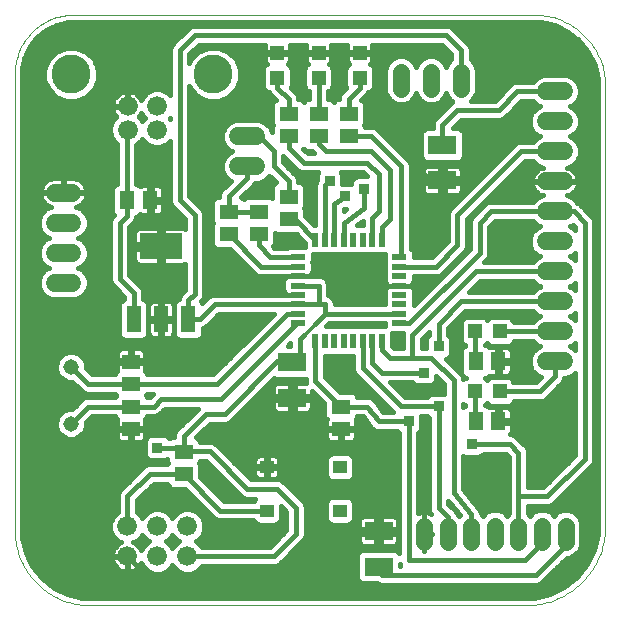
<source format=gtl>
G75*
%MOIN*%
%OFA0B0*%
%FSLAX24Y24*%
%IPPOS*%
%LPD*%
%AMOC8*
5,1,8,0,0,1.08239X$1,22.5*
%
%ADD10C,0.0000*%
%ADD11C,0.0554*%
%ADD12R,0.0480X0.0880*%
%ADD13R,0.1417X0.0866*%
%ADD14R,0.0945X0.0630*%
%ADD15R,0.0472X0.0472*%
%ADD16R,0.0630X0.0512*%
%ADD17R,0.0512X0.0630*%
%ADD18R,0.0500X0.0200*%
%ADD19R,0.0200X0.0500*%
%ADD20C,0.0660*%
%ADD21C,0.1300*%
%ADD22R,0.0472X0.0433*%
%ADD23C,0.0594*%
%ADD24C,0.0515*%
%ADD25R,0.0591X0.0512*%
%ADD26C,0.0560*%
%ADD27C,0.0160*%
%ADD28R,0.0356X0.0356*%
%ADD29C,0.0100*%
D10*
X002680Y000180D02*
X017215Y000180D01*
X017317Y000182D01*
X017418Y000188D01*
X017519Y000197D01*
X017620Y000211D01*
X017720Y000228D01*
X017819Y000250D01*
X017917Y000275D01*
X018015Y000303D01*
X018111Y000336D01*
X018206Y000372D01*
X018299Y000412D01*
X018391Y000455D01*
X018481Y000502D01*
X018569Y000552D01*
X018655Y000606D01*
X018740Y000662D01*
X018821Y000722D01*
X018901Y000786D01*
X018978Y000852D01*
X019053Y000921D01*
X019124Y000992D01*
X019193Y001067D01*
X019259Y001144D01*
X019323Y001224D01*
X019383Y001305D01*
X019439Y001390D01*
X019493Y001476D01*
X019543Y001564D01*
X019590Y001654D01*
X019633Y001746D01*
X019673Y001839D01*
X019709Y001934D01*
X019742Y002030D01*
X019770Y002128D01*
X019795Y002226D01*
X019817Y002325D01*
X019834Y002425D01*
X019848Y002526D01*
X019857Y002627D01*
X019863Y002728D01*
X019865Y002830D01*
X019865Y017482D01*
X019863Y017578D01*
X019857Y017674D01*
X019848Y017769D01*
X019834Y017864D01*
X019817Y017959D01*
X019796Y018052D01*
X019771Y018145D01*
X019742Y018237D01*
X019710Y018327D01*
X019674Y018416D01*
X019635Y018504D01*
X019592Y018589D01*
X019546Y018674D01*
X019496Y018756D01*
X019443Y018836D01*
X019387Y018914D01*
X019328Y018989D01*
X019266Y019062D01*
X019201Y019133D01*
X019133Y019201D01*
X019062Y019266D01*
X018989Y019328D01*
X018914Y019387D01*
X018836Y019443D01*
X018756Y019496D01*
X018674Y019546D01*
X018589Y019592D01*
X018504Y019635D01*
X018416Y019674D01*
X018327Y019710D01*
X018237Y019742D01*
X018145Y019771D01*
X018052Y019796D01*
X017959Y019817D01*
X017864Y019834D01*
X017769Y019848D01*
X017674Y019857D01*
X017578Y019863D01*
X017482Y019865D01*
X002149Y019865D01*
X002149Y019866D02*
X002063Y019864D01*
X001977Y019859D01*
X001892Y019849D01*
X001807Y019836D01*
X001723Y019819D01*
X001639Y019799D01*
X001557Y019775D01*
X001476Y019747D01*
X001395Y019716D01*
X001317Y019682D01*
X001240Y019644D01*
X001165Y019602D01*
X001091Y019558D01*
X001020Y019510D01*
X000950Y019459D01*
X000883Y019405D01*
X000819Y019349D01*
X000757Y019289D01*
X000697Y019227D01*
X000641Y019163D01*
X000587Y019096D01*
X000536Y019026D01*
X000488Y018955D01*
X000444Y018882D01*
X000402Y018806D01*
X000364Y018729D01*
X000330Y018651D01*
X000299Y018570D01*
X000271Y018489D01*
X000247Y018407D01*
X000227Y018323D01*
X000210Y018239D01*
X000197Y018154D01*
X000187Y018069D01*
X000182Y017983D01*
X000180Y017897D01*
X000180Y002680D01*
X000182Y002582D01*
X000188Y002484D01*
X000197Y002386D01*
X000211Y002289D01*
X000228Y002192D01*
X000249Y002096D01*
X000274Y002001D01*
X000302Y001907D01*
X000335Y001815D01*
X000370Y001723D01*
X000410Y001633D01*
X000452Y001545D01*
X000499Y001458D01*
X000548Y001374D01*
X000601Y001291D01*
X000657Y001211D01*
X000717Y001132D01*
X000779Y001056D01*
X000844Y000983D01*
X000912Y000912D01*
X000983Y000844D01*
X001056Y000779D01*
X001132Y000717D01*
X001211Y000657D01*
X001291Y000601D01*
X001374Y000548D01*
X001458Y000499D01*
X001545Y000452D01*
X001633Y000410D01*
X001723Y000370D01*
X001815Y000335D01*
X001907Y000302D01*
X002001Y000274D01*
X002096Y000249D01*
X002192Y000228D01*
X002289Y000211D01*
X002386Y000197D01*
X002484Y000188D01*
X002582Y000182D01*
X002680Y000180D01*
D11*
X013818Y002278D02*
X013818Y002832D01*
X014605Y002832D02*
X014605Y002278D01*
X015393Y002278D02*
X015393Y002832D01*
X016180Y002832D02*
X016180Y002278D01*
X016967Y002278D02*
X016967Y002832D01*
X017755Y002832D02*
X017755Y002278D01*
X018542Y002278D02*
X018542Y002832D01*
D12*
X005965Y009710D03*
X005055Y009710D03*
X004145Y009710D03*
D13*
X005055Y012150D03*
D14*
X009430Y008271D03*
X009430Y007089D03*
X012305Y002646D03*
X012305Y001464D03*
X014430Y014339D03*
X014430Y015521D03*
D15*
X011680Y017767D03*
X011680Y018593D03*
X010305Y018593D03*
X010305Y017767D03*
X008930Y017767D03*
X008930Y018593D03*
X015517Y009305D03*
X016343Y009305D03*
X016343Y007305D03*
X015517Y007305D03*
D16*
X011055Y006804D03*
X011055Y006056D03*
X005805Y005304D03*
X005805Y004556D03*
X007305Y012556D03*
X007305Y013304D03*
X008305Y013304D03*
X008305Y012556D03*
X009305Y013056D03*
X009305Y013804D03*
X009305Y015806D03*
X009305Y016554D03*
X010305Y016554D03*
X010305Y015806D03*
X011305Y015806D03*
X011305Y016554D03*
D17*
X004699Y013680D03*
X003911Y013680D03*
X015556Y008305D03*
X016304Y008305D03*
X016304Y006305D03*
X015556Y006305D03*
D18*
X012995Y009578D03*
X012995Y009893D03*
X012995Y010208D03*
X012995Y010523D03*
X012995Y010837D03*
X012995Y011152D03*
X012995Y011467D03*
X012995Y011782D03*
X009615Y011782D03*
X009615Y011467D03*
X009615Y011152D03*
X009615Y010837D03*
X009615Y010523D03*
X009615Y010208D03*
X009615Y009893D03*
X009615Y009578D03*
D19*
X010203Y008990D03*
X010518Y008990D03*
X010833Y008990D03*
X011148Y008990D03*
X011462Y008990D03*
X011777Y008990D03*
X012092Y008990D03*
X012407Y008990D03*
X012407Y012370D03*
X012092Y012370D03*
X011777Y012370D03*
X011462Y012370D03*
X011148Y012370D03*
X010833Y012370D03*
X010518Y012370D03*
X010203Y012370D03*
D20*
X004922Y016025D03*
X004922Y016805D03*
X003938Y016805D03*
X003938Y016025D03*
X003930Y002805D03*
X003930Y001805D03*
X004930Y001805D03*
X004930Y002805D03*
X005930Y002805D03*
X005930Y001805D03*
D21*
X006800Y017875D03*
X002060Y017875D03*
D22*
X008585Y004783D03*
X008585Y003327D03*
X011025Y003327D03*
X011025Y004783D03*
D23*
X017883Y008305D02*
X018477Y008305D01*
X018477Y009305D02*
X017883Y009305D01*
X017883Y010305D02*
X018477Y010305D01*
X018477Y011305D02*
X017883Y011305D01*
X017883Y012305D02*
X018477Y012305D01*
X018477Y013305D02*
X017883Y013305D01*
X017883Y014305D02*
X018477Y014305D01*
X018477Y015305D02*
X017883Y015305D01*
X017883Y016305D02*
X018477Y016305D01*
X018477Y017305D02*
X017883Y017305D01*
X008227Y015805D02*
X007633Y015805D01*
X007633Y014805D02*
X008227Y014805D01*
X002102Y013930D02*
X001508Y013930D01*
X001508Y012930D02*
X002102Y012930D01*
X002102Y011930D02*
X001508Y011930D01*
X001508Y010930D02*
X002102Y010930D01*
D24*
X002055Y008130D03*
X002055Y006230D03*
D25*
X004055Y006056D03*
X004055Y006804D03*
X004055Y007556D03*
X004055Y008304D03*
D26*
X013055Y017400D02*
X013055Y017960D01*
X014055Y017960D02*
X014055Y017400D01*
X015055Y017400D02*
X015055Y017960D01*
D27*
X000766Y001478D02*
X001082Y001082D01*
X001478Y000766D01*
X001934Y000547D01*
X002427Y000434D01*
X002680Y000420D01*
X017215Y000420D01*
X017485Y000435D01*
X018011Y000555D01*
X018497Y000789D01*
X018919Y001126D01*
X019256Y001548D01*
X019490Y002034D01*
X019610Y002560D01*
X019625Y002830D01*
X019625Y017482D01*
X019612Y017722D01*
X019505Y018190D01*
X019297Y018622D01*
X019297Y018622D01*
X018997Y018997D01*
X018622Y019297D01*
X018190Y019505D01*
X017722Y019612D01*
X017482Y019625D01*
X002149Y019625D01*
X001955Y019614D01*
X001578Y019528D01*
X001229Y019360D01*
X000926Y019119D01*
X000685Y018816D01*
X000517Y018467D01*
X000431Y018090D01*
X000420Y017897D01*
X000420Y002680D01*
X000434Y002427D01*
X000547Y001934D01*
X000766Y001478D01*
X000790Y001448D02*
X003566Y001448D01*
X003541Y001473D02*
X003598Y001416D01*
X003663Y001369D01*
X003734Y001332D01*
X003811Y001308D01*
X003890Y001295D01*
X003912Y001295D01*
X003912Y001787D01*
X003948Y001787D01*
X003948Y001295D01*
X003970Y001295D01*
X004049Y001308D01*
X004126Y001332D01*
X004197Y001369D01*
X004262Y001416D01*
X004319Y001473D01*
X004366Y001538D01*
X004398Y001600D01*
X004447Y001482D01*
X004607Y001322D01*
X004817Y001235D01*
X005043Y001235D01*
X005253Y001322D01*
X005413Y001482D01*
X005430Y001523D01*
X005447Y001482D01*
X005607Y001322D01*
X005817Y001235D01*
X006043Y001235D01*
X006253Y001322D01*
X006413Y001482D01*
X006414Y001485D01*
X008869Y001485D01*
X008986Y001534D01*
X009736Y002284D01*
X009826Y002374D01*
X009875Y002491D01*
X009875Y003494D01*
X009826Y003611D01*
X009111Y004326D01*
X008994Y004375D01*
X008063Y004375D01*
X006861Y005576D01*
X006744Y005625D01*
X006353Y005625D01*
X006323Y005696D01*
X006256Y005763D01*
X006228Y005775D01*
X006688Y006235D01*
X007244Y006235D01*
X007361Y006284D01*
X007451Y006374D01*
X008827Y007750D01*
X008910Y007716D01*
X009883Y007716D01*
X009883Y007593D01*
X009886Y007584D01*
X009507Y007584D01*
X009507Y007167D01*
X009353Y007167D01*
X009353Y007584D01*
X008934Y007584D01*
X008888Y007572D01*
X008847Y007548D01*
X008814Y007515D01*
X008790Y007474D01*
X008778Y007428D01*
X008778Y007167D01*
X009353Y007167D01*
X009353Y007012D01*
X009507Y007012D01*
X009507Y006594D01*
X009926Y006594D01*
X009972Y006607D01*
X010013Y006630D01*
X010046Y006664D01*
X010070Y006705D01*
X010082Y006751D01*
X010082Y007012D01*
X009507Y007012D01*
X009507Y007167D01*
X010082Y007167D01*
X010082Y007324D01*
X010500Y006906D01*
X010500Y006500D01*
X010537Y006412D01*
X010571Y006377D01*
X010560Y006336D01*
X010560Y006104D01*
X011007Y006104D01*
X011007Y006008D01*
X010560Y006008D01*
X010560Y005776D01*
X010572Y005731D01*
X010596Y005690D01*
X010630Y005656D01*
X010671Y005632D01*
X010716Y005620D01*
X011007Y005620D01*
X011007Y006008D01*
X011103Y006008D01*
X011103Y006104D01*
X011550Y006104D01*
X011550Y006336D01*
X011539Y006377D01*
X011573Y006412D01*
X011603Y006484D01*
X011771Y006484D01*
X012025Y006145D01*
X012034Y006124D01*
X012063Y006095D01*
X012087Y006062D01*
X012107Y006050D01*
X012124Y006034D01*
X012161Y006018D01*
X012197Y005997D01*
X012220Y005994D01*
X012241Y005985D01*
X012282Y005985D01*
X012323Y005979D01*
X012345Y005985D01*
X012929Y005985D01*
X012985Y005929D01*
X012985Y001905D01*
X012981Y001915D01*
X012913Y001983D01*
X012825Y002019D01*
X011785Y002019D01*
X011697Y001983D01*
X011629Y001915D01*
X011593Y001827D01*
X011593Y001102D01*
X011629Y001014D01*
X011697Y000946D01*
X011785Y000909D01*
X012248Y000909D01*
X012249Y000909D01*
X012366Y000860D01*
X017606Y000860D01*
X017723Y000909D01*
X018575Y001761D01*
X018645Y001761D01*
X018835Y001839D01*
X018981Y001985D01*
X019059Y002175D01*
X019059Y002935D01*
X018981Y003125D01*
X018835Y003271D01*
X018645Y003349D01*
X018439Y003349D01*
X018249Y003271D01*
X018149Y003170D01*
X018048Y003271D01*
X017858Y003349D01*
X017652Y003349D01*
X017462Y003271D01*
X017361Y003170D01*
X017287Y003244D01*
X017287Y003485D01*
X017994Y003485D01*
X018111Y003534D01*
X018201Y003624D01*
X019451Y004874D01*
X019500Y004991D01*
X019500Y012994D01*
X019451Y013111D01*
X019361Y013201D01*
X018986Y013576D01*
X018937Y013597D01*
X018932Y013609D01*
X018781Y013760D01*
X018588Y013840D01*
X018589Y013840D01*
X018660Y013863D01*
X018727Y013897D01*
X018787Y013941D01*
X018841Y013994D01*
X018885Y014055D01*
X018919Y014122D01*
X018942Y014193D01*
X018954Y014267D01*
X018954Y014287D01*
X018198Y014287D01*
X018198Y014323D01*
X018954Y014323D01*
X018954Y014343D01*
X018942Y014417D01*
X018919Y014488D01*
X018885Y014555D01*
X018841Y014616D01*
X018787Y014669D01*
X018727Y014713D01*
X018660Y014747D01*
X018589Y014770D01*
X018588Y014770D01*
X018781Y014850D01*
X018932Y015001D01*
X019014Y015198D01*
X019014Y015412D01*
X018932Y015609D01*
X018781Y015760D01*
X018673Y015805D01*
X018781Y015850D01*
X018932Y016001D01*
X019014Y016198D01*
X019014Y016412D01*
X018932Y016609D01*
X018781Y016760D01*
X018673Y016805D01*
X018781Y016850D01*
X018932Y017001D01*
X019014Y017198D01*
X019014Y017412D01*
X018932Y017609D01*
X018781Y017760D01*
X018584Y017842D01*
X017776Y017842D01*
X017579Y017760D01*
X017444Y017625D01*
X016866Y017625D01*
X016749Y017576D01*
X016659Y017486D01*
X016172Y017000D01*
X015390Y017000D01*
X015496Y017105D01*
X015575Y017297D01*
X015575Y018063D01*
X015496Y018255D01*
X015375Y018375D01*
X015375Y018744D01*
X015326Y018861D01*
X014826Y019361D01*
X014736Y019451D01*
X014619Y019500D01*
X006116Y019500D01*
X005999Y019451D01*
X005909Y019361D01*
X005499Y018951D01*
X005409Y018861D01*
X005360Y018744D01*
X005360Y017173D01*
X005245Y017288D01*
X005036Y017375D01*
X004809Y017375D01*
X004599Y017288D01*
X004439Y017128D01*
X004397Y017027D01*
X004374Y017072D01*
X004327Y017137D01*
X004270Y017194D01*
X004205Y017241D01*
X004134Y017278D01*
X004057Y017302D01*
X003978Y017315D01*
X003948Y017315D01*
X003948Y016815D01*
X003928Y016815D01*
X003928Y017315D01*
X003898Y017315D01*
X003818Y017302D01*
X003742Y017278D01*
X003671Y017241D01*
X003606Y017194D01*
X003549Y017137D01*
X003502Y017072D01*
X003465Y017001D01*
X003440Y016924D01*
X003428Y016845D01*
X003428Y016815D01*
X003928Y016815D01*
X003928Y016795D01*
X003428Y016795D01*
X003428Y016765D01*
X003440Y016686D01*
X003465Y016609D01*
X003502Y016538D01*
X003549Y016473D01*
X003564Y016457D01*
X003455Y016348D01*
X003368Y016138D01*
X003368Y015912D01*
X003455Y015702D01*
X003591Y015565D01*
X003591Y014228D01*
X003519Y014198D01*
X003452Y014131D01*
X003415Y014043D01*
X003415Y013317D01*
X003452Y013229D01*
X003489Y013192D01*
X003409Y013111D01*
X003360Y012994D01*
X003360Y010991D01*
X003409Y010874D01*
X003825Y010457D01*
X003825Y010377D01*
X003769Y010353D01*
X003702Y010286D01*
X003665Y010198D01*
X003665Y009222D01*
X003702Y009134D01*
X003769Y009067D01*
X003857Y009030D01*
X004433Y009030D01*
X004521Y009067D01*
X004588Y009134D01*
X004625Y009222D01*
X004625Y010198D01*
X004588Y010286D01*
X004521Y010353D01*
X004465Y010377D01*
X004465Y010654D01*
X004416Y010771D01*
X004326Y010861D01*
X004000Y011188D01*
X004000Y012797D01*
X004093Y012890D01*
X004183Y012980D01*
X004231Y013098D01*
X004231Y013132D01*
X004303Y013162D01*
X004351Y013210D01*
X004373Y013197D01*
X004419Y013185D01*
X004651Y013185D01*
X004651Y013632D01*
X004747Y013632D01*
X004747Y013728D01*
X005135Y013728D01*
X005135Y014019D01*
X005122Y014064D01*
X005099Y014105D01*
X005065Y014139D01*
X005024Y014163D01*
X004978Y014175D01*
X004747Y014175D01*
X004747Y013728D01*
X004651Y013728D01*
X004651Y014175D01*
X004419Y014175D01*
X004373Y014163D01*
X004351Y014150D01*
X004303Y014198D01*
X004231Y014228D01*
X004231Y015530D01*
X004261Y015542D01*
X004421Y015702D01*
X004430Y015724D01*
X004439Y015702D01*
X004599Y015542D01*
X004809Y015455D01*
X005036Y015455D01*
X005245Y015542D01*
X005360Y015657D01*
X005360Y013616D01*
X005409Y013499D01*
X005860Y013047D01*
X005860Y012735D01*
X005833Y012751D01*
X005787Y012763D01*
X005135Y012763D01*
X005135Y012230D01*
X004975Y012230D01*
X004975Y012070D01*
X005135Y012070D01*
X005135Y011537D01*
X005787Y011537D01*
X005833Y011549D01*
X005860Y011565D01*
X005860Y010688D01*
X005784Y010611D01*
X005694Y010521D01*
X005645Y010404D01*
X005645Y010377D01*
X005589Y010353D01*
X005522Y010286D01*
X005485Y010198D01*
X005485Y009222D01*
X005522Y009134D01*
X005589Y009067D01*
X005677Y009030D01*
X006253Y009030D01*
X006341Y009067D01*
X006408Y009134D01*
X006445Y009222D01*
X006445Y009406D01*
X006524Y009439D01*
X006614Y009529D01*
X006973Y009888D01*
X008810Y009888D01*
X006798Y007876D01*
X004583Y007876D01*
X004554Y007948D01*
X004519Y007983D01*
X004530Y008024D01*
X004530Y008256D01*
X004103Y008256D01*
X004103Y008352D01*
X004530Y008352D01*
X004530Y008584D01*
X004518Y008629D01*
X004494Y008670D01*
X004461Y008704D01*
X004420Y008728D01*
X004374Y008740D01*
X004103Y008740D01*
X004103Y008352D01*
X004007Y008352D01*
X004007Y008256D01*
X003580Y008256D01*
X003580Y008024D01*
X003591Y007983D01*
X003556Y007948D01*
X003526Y007876D01*
X002762Y007876D01*
X002552Y008085D01*
X002552Y008229D01*
X002477Y008412D01*
X002337Y008552D01*
X002154Y008627D01*
X001956Y008627D01*
X001773Y008552D01*
X001633Y008412D01*
X001558Y008229D01*
X001558Y008031D01*
X001633Y007848D01*
X001773Y007708D01*
X001956Y007633D01*
X002100Y007633D01*
X002448Y007285D01*
X002565Y007236D01*
X003526Y007236D01*
X003550Y007180D01*
X003526Y007124D01*
X002565Y007124D01*
X002448Y007075D01*
X002100Y006727D01*
X001956Y006727D01*
X001773Y006652D01*
X001633Y006512D01*
X001558Y006329D01*
X001558Y006131D01*
X001633Y005948D01*
X001773Y005808D01*
X001956Y005733D01*
X002154Y005733D01*
X002337Y005808D01*
X002477Y005948D01*
X002552Y006131D01*
X002552Y006275D01*
X002762Y006484D01*
X003526Y006484D01*
X003556Y006412D01*
X003591Y006377D01*
X003580Y006336D01*
X003580Y006104D01*
X004007Y006104D01*
X004007Y006008D01*
X003580Y006008D01*
X003580Y005776D01*
X003592Y005731D01*
X003616Y005690D01*
X003649Y005656D01*
X003690Y005632D01*
X003736Y005620D01*
X004007Y005620D01*
X004007Y006008D01*
X004103Y006008D01*
X004103Y006104D01*
X004530Y006104D01*
X004530Y006336D01*
X004519Y006377D01*
X004554Y006412D01*
X004583Y006484D01*
X004742Y006484D01*
X004805Y006484D01*
X004869Y006484D01*
X004869Y006484D01*
X004869Y006484D01*
X004928Y006509D01*
X004986Y006533D01*
X004986Y006533D01*
X004987Y006533D01*
X005031Y006578D01*
X005076Y006623D01*
X005076Y006623D01*
X005188Y006735D01*
X006282Y006735D01*
X005624Y006076D01*
X005534Y005986D01*
X005485Y005869D01*
X005485Y005800D01*
X005442Y005800D01*
X005354Y005763D01*
X005341Y005750D01*
X005306Y005750D01*
X005244Y005812D01*
X005156Y005848D01*
X004704Y005848D01*
X004616Y005812D01*
X004548Y005744D01*
X004512Y005656D01*
X004512Y005204D01*
X004548Y005116D01*
X004616Y005048D01*
X004704Y005012D01*
X005156Y005012D01*
X005244Y005048D01*
X005250Y005054D01*
X005250Y005000D01*
X005279Y004930D01*
X005257Y004876D01*
X004617Y004876D01*
X004500Y004827D01*
X003749Y004076D01*
X003659Y003986D01*
X003610Y003869D01*
X003610Y003289D01*
X003607Y003288D01*
X003447Y003128D01*
X003360Y002918D01*
X003360Y002692D01*
X003447Y002482D01*
X003607Y002322D01*
X003725Y002273D01*
X003663Y002241D01*
X003598Y002194D01*
X003541Y002137D01*
X003494Y002072D01*
X003457Y002001D01*
X003433Y001924D01*
X003420Y001845D01*
X003420Y001823D01*
X003912Y001823D01*
X003912Y001787D01*
X003420Y001787D01*
X003420Y001765D01*
X000628Y001765D01*
X000704Y001607D02*
X003459Y001607D01*
X003457Y001609D02*
X003494Y001538D01*
X003541Y001473D01*
X003457Y001609D02*
X003433Y001686D01*
X003420Y001765D01*
X003305Y001805D02*
X003305Y004680D01*
X003930Y005305D01*
X001680Y005305D01*
X001305Y005680D01*
X001305Y008555D01*
X001680Y008930D01*
X003055Y008930D01*
X003930Y008930D01*
X004056Y008804D01*
X004056Y008305D01*
X004055Y008304D01*
X004056Y008305D02*
X005055Y008305D01*
X005055Y009710D01*
X005055Y012150D01*
X004975Y012226D02*
X004000Y012226D01*
X004000Y012068D02*
X004166Y012068D01*
X004166Y012070D02*
X004166Y011693D01*
X004179Y011648D01*
X004202Y011606D01*
X004236Y011573D01*
X004277Y011549D01*
X004323Y011537D01*
X004975Y011537D01*
X004975Y012070D01*
X004166Y012070D01*
X004166Y012230D02*
X004975Y012230D01*
X004975Y012763D01*
X004323Y012763D01*
X004277Y012751D01*
X004236Y012727D01*
X004202Y012694D01*
X004179Y012653D01*
X004166Y012607D01*
X004166Y012230D01*
X004166Y012385D02*
X004000Y012385D01*
X004000Y012543D02*
X004166Y012543D01*
X004210Y012702D02*
X004000Y012702D01*
X004063Y012860D02*
X005860Y012860D01*
X005860Y013019D02*
X004199Y013019D01*
X004319Y013177D02*
X005730Y013177D01*
X005572Y013336D02*
X005133Y013336D01*
X005135Y013341D02*
X005122Y013296D01*
X005099Y013255D01*
X005065Y013221D01*
X005024Y013197D01*
X004978Y013185D01*
X004747Y013185D01*
X004747Y013632D01*
X005135Y013632D01*
X005135Y013341D01*
X005135Y013494D02*
X005413Y013494D01*
X005360Y013653D02*
X004747Y013653D01*
X004747Y013811D02*
X004651Y013811D01*
X004651Y013970D02*
X004747Y013970D01*
X004747Y014128D02*
X004651Y014128D01*
X005076Y014128D02*
X005360Y014128D01*
X005360Y013970D02*
X005135Y013970D01*
X005135Y013811D02*
X005360Y013811D01*
X005680Y013680D02*
X006180Y013180D01*
X006180Y010555D01*
X005965Y010340D01*
X005965Y009710D01*
X006342Y009710D01*
X006840Y010208D01*
X009615Y010208D01*
X010305Y010208D01*
X010518Y010208D01*
X010518Y009893D01*
X010180Y009555D01*
X010558Y009480D02*
X010650Y009573D01*
X012505Y009573D01*
X012505Y009480D01*
X012260Y009480D01*
X012250Y009476D01*
X012240Y009480D01*
X011945Y009480D01*
X011935Y009476D01*
X011925Y009480D01*
X011630Y009480D01*
X011620Y009476D01*
X011610Y009480D01*
X011315Y009480D01*
X011305Y009476D01*
X011295Y009480D01*
X011000Y009480D01*
X010990Y009476D01*
X010980Y009480D01*
X010685Y009480D01*
X010675Y009476D01*
X010665Y009480D01*
X010558Y009480D01*
X010609Y009532D02*
X012505Y009532D01*
X012747Y009238D02*
X013110Y009238D01*
X013110Y008750D01*
X012813Y008750D01*
X012747Y008815D01*
X012747Y009238D01*
X012747Y009215D02*
X013110Y009215D01*
X013110Y009056D02*
X012747Y009056D01*
X012747Y008898D02*
X013110Y008898D01*
X013430Y009180D02*
X013430Y008430D01*
X014055Y008430D01*
X014805Y007680D01*
X014805Y003930D01*
X015393Y003217D01*
X015393Y002555D01*
X015786Y003170D02*
X015716Y003240D01*
X015717Y003250D01*
X015713Y003265D01*
X015713Y003281D01*
X015694Y003326D01*
X015680Y003372D01*
X015670Y003384D01*
X015664Y003399D01*
X015630Y003433D01*
X015125Y004045D01*
X015125Y005170D01*
X015204Y005137D01*
X015656Y005137D01*
X015744Y005173D01*
X015806Y005235D01*
X016547Y005235D01*
X016647Y005135D01*
X016647Y003244D01*
X016574Y003170D01*
X016473Y003271D01*
X016283Y003349D01*
X016077Y003349D01*
X015887Y003271D01*
X015786Y003170D01*
X015765Y003192D02*
X015808Y003192D01*
X015687Y003350D02*
X016647Y003350D01*
X016647Y003509D02*
X015567Y003509D01*
X015437Y003667D02*
X016647Y003667D01*
X016647Y003826D02*
X015306Y003826D01*
X015175Y003984D02*
X016647Y003984D01*
X016647Y004143D02*
X015125Y004143D01*
X015125Y004301D02*
X016647Y004301D01*
X016647Y004460D02*
X015125Y004460D01*
X015125Y004618D02*
X016647Y004618D01*
X016647Y004777D02*
X015125Y004777D01*
X015125Y004935D02*
X016647Y004935D01*
X016647Y005094D02*
X015125Y005094D01*
X015430Y005555D02*
X016680Y005555D01*
X016967Y005268D01*
X016967Y003805D01*
X017930Y003805D01*
X019180Y005055D01*
X019180Y012930D01*
X018805Y013305D01*
X018180Y013305D01*
X016055Y013305D01*
X015680Y012930D01*
X015680Y011930D01*
X013328Y009578D01*
X012995Y009578D01*
X012995Y009893D02*
X010518Y009893D01*
X010305Y010208D02*
X010305Y010837D01*
X009615Y010837D01*
X009615Y010523D02*
X009055Y010523D01*
X009055Y010805D01*
X008305Y010805D01*
X007555Y010805D01*
X006555Y011805D01*
X006555Y015930D01*
X008055Y017430D01*
X008055Y018305D01*
X008343Y018593D01*
X008930Y018593D01*
X010305Y018593D01*
X011680Y018593D01*
X012142Y018593D01*
X012305Y018430D01*
X012305Y016055D01*
X014021Y014339D01*
X014430Y014339D01*
X014396Y014305D01*
X014353Y014287D02*
X013375Y014287D01*
X013375Y014445D02*
X013778Y014445D01*
X013778Y014417D02*
X013778Y014678D01*
X013790Y014724D01*
X013814Y014765D01*
X013847Y014798D01*
X013888Y014822D01*
X013934Y014834D01*
X014353Y014834D01*
X014353Y014417D01*
X014507Y014417D01*
X014507Y014834D01*
X014926Y014834D01*
X014972Y014822D01*
X015013Y014798D01*
X015046Y014765D01*
X015070Y014724D01*
X015082Y014678D01*
X015082Y014417D01*
X014507Y014417D01*
X014507Y014262D01*
X014507Y013844D01*
X014926Y013844D01*
X014972Y013857D01*
X015013Y013880D01*
X015046Y013914D01*
X015070Y013955D01*
X015082Y014001D01*
X015082Y014262D01*
X014507Y014262D01*
X014353Y014262D01*
X014353Y013844D01*
X013934Y013844D01*
X013888Y013857D01*
X013847Y013880D01*
X013814Y013914D01*
X013790Y013955D01*
X013778Y014001D01*
X013778Y014262D01*
X014353Y014262D01*
X014353Y014417D01*
X013778Y014417D01*
X013778Y014604D02*
X013375Y014604D01*
X013375Y014762D02*
X013812Y014762D01*
X013910Y014966D02*
X013822Y015002D01*
X013754Y015070D01*
X013718Y015158D01*
X013718Y015883D01*
X013754Y015971D01*
X013822Y016039D01*
X013910Y016076D01*
X014110Y016076D01*
X014110Y016244D01*
X014159Y016361D01*
X014659Y016861D01*
X014749Y016951D01*
X014764Y016958D01*
X014760Y016959D01*
X014614Y017105D01*
X014555Y017248D01*
X014496Y017105D01*
X014350Y016959D01*
X014158Y016880D01*
X013952Y016880D01*
X013760Y016959D01*
X013614Y017105D01*
X013555Y017248D01*
X013496Y017105D01*
X013350Y016959D01*
X013158Y016880D01*
X012952Y016880D01*
X012760Y016959D01*
X012614Y017105D01*
X012535Y017297D01*
X012535Y018063D01*
X012614Y018255D01*
X012760Y018401D01*
X012952Y018480D01*
X013158Y018480D01*
X013350Y018401D01*
X013496Y018255D01*
X013555Y018112D01*
X013614Y018255D01*
X013760Y018401D01*
X013952Y018480D01*
X014158Y018480D01*
X014350Y018401D01*
X014496Y018255D01*
X014555Y018112D01*
X014614Y018255D01*
X014735Y018375D01*
X014735Y018547D01*
X014422Y018860D01*
X012094Y018860D01*
X012096Y018853D01*
X012096Y018631D01*
X011718Y018631D01*
X011718Y018555D01*
X012096Y018555D01*
X012096Y018333D01*
X012084Y018288D01*
X012060Y018247D01*
X012029Y018216D01*
X012052Y018206D01*
X012120Y018139D01*
X012156Y018051D01*
X012156Y017483D01*
X012120Y017394D01*
X012052Y017327D01*
X011969Y017293D01*
X011951Y017249D01*
X011728Y017025D01*
X011756Y017013D01*
X011823Y016946D01*
X011860Y016858D01*
X011860Y016250D01*
X011831Y016180D01*
X011853Y016126D01*
X012118Y016126D01*
X012235Y016077D01*
X013236Y015076D01*
X013326Y014986D01*
X013375Y014869D01*
X013375Y012088D01*
X013381Y012086D01*
X013448Y012018D01*
X013485Y011930D01*
X013485Y011787D01*
X014085Y011787D01*
X014610Y012313D01*
X014610Y013244D01*
X014659Y013361D01*
X014749Y013451D01*
X016874Y015576D01*
X016991Y015625D01*
X017444Y015625D01*
X017579Y015760D01*
X017687Y015805D01*
X017579Y015850D01*
X017428Y016001D01*
X017346Y016198D01*
X017346Y016412D01*
X017428Y016609D01*
X017579Y016760D01*
X017687Y016805D01*
X017579Y016850D01*
X017444Y016985D01*
X017063Y016985D01*
X016576Y016499D01*
X016486Y016409D01*
X016369Y016360D01*
X015063Y016360D01*
X014778Y016076D01*
X014950Y016076D01*
X015038Y016039D01*
X015106Y015971D01*
X015142Y015883D01*
X015142Y015158D01*
X015106Y015070D01*
X015038Y015002D01*
X014950Y014966D01*
X013910Y014966D01*
X013750Y015079D02*
X013234Y015079D01*
X013354Y014921D02*
X016218Y014921D01*
X016376Y015079D02*
X015110Y015079D01*
X015142Y015238D02*
X016535Y015238D01*
X016693Y015396D02*
X015142Y015396D01*
X015142Y015555D02*
X016852Y015555D01*
X017055Y015305D02*
X014930Y013180D01*
X014930Y012180D01*
X014217Y011467D01*
X012995Y011467D01*
X012995Y011782D02*
X013055Y011842D01*
X013055Y014805D01*
X012054Y015806D01*
X011305Y015806D01*
X011834Y016189D02*
X014110Y016189D01*
X014153Y016347D02*
X011860Y016347D01*
X011860Y016506D02*
X014303Y016506D01*
X014461Y016664D02*
X011860Y016664D01*
X011860Y016823D02*
X014620Y016823D01*
X014739Y016981D02*
X014371Y016981D01*
X014510Y017140D02*
X014600Y017140D01*
X014930Y016680D02*
X016305Y016680D01*
X016930Y017305D01*
X018180Y017305D01*
X018749Y017774D02*
X019600Y017774D01*
X019618Y017615D02*
X018926Y017615D01*
X018995Y017457D02*
X019625Y017457D01*
X019625Y017298D02*
X019014Y017298D01*
X018989Y017140D02*
X019625Y017140D01*
X019625Y016981D02*
X018912Y016981D01*
X018715Y016823D02*
X019625Y016823D01*
X019625Y016664D02*
X018877Y016664D01*
X018975Y016506D02*
X019625Y016506D01*
X019625Y016347D02*
X019014Y016347D01*
X019010Y016189D02*
X019625Y016189D01*
X019625Y016030D02*
X018944Y016030D01*
X018803Y015872D02*
X019625Y015872D01*
X019625Y015713D02*
X018828Y015713D01*
X018955Y015555D02*
X019625Y015555D01*
X019625Y015396D02*
X019014Y015396D01*
X019014Y015238D02*
X019625Y015238D01*
X019625Y015079D02*
X018964Y015079D01*
X018852Y014921D02*
X019625Y014921D01*
X019625Y014762D02*
X018613Y014762D01*
X018849Y014604D02*
X019625Y014604D01*
X019625Y014445D02*
X018933Y014445D01*
X018954Y014287D02*
X019625Y014287D01*
X019625Y014128D02*
X018921Y014128D01*
X018816Y013970D02*
X019625Y013970D01*
X019625Y013811D02*
X018658Y013811D01*
X018889Y013653D02*
X019625Y013653D01*
X019625Y013494D02*
X019069Y013494D01*
X019227Y013336D02*
X019625Y013336D01*
X019625Y013177D02*
X019386Y013177D01*
X019490Y013019D02*
X019625Y013019D01*
X019625Y012860D02*
X019500Y012860D01*
X019500Y012702D02*
X019625Y012702D01*
X019625Y012543D02*
X019500Y012543D01*
X019500Y012385D02*
X019625Y012385D01*
X019625Y012226D02*
X019500Y012226D01*
X019500Y012068D02*
X019625Y012068D01*
X019625Y011909D02*
X019500Y011909D01*
X019500Y011751D02*
X019625Y011751D01*
X019625Y011592D02*
X019500Y011592D01*
X019500Y011434D02*
X019625Y011434D01*
X019625Y011275D02*
X019500Y011275D01*
X019500Y011117D02*
X019625Y011117D01*
X019625Y010958D02*
X019500Y010958D01*
X019500Y010800D02*
X019625Y010800D01*
X019625Y010641D02*
X019500Y010641D01*
X019500Y010483D02*
X019625Y010483D01*
X019625Y010324D02*
X019500Y010324D01*
X019500Y010166D02*
X019625Y010166D01*
X019625Y010007D02*
X019500Y010007D01*
X019500Y009849D02*
X019625Y009849D01*
X019625Y009690D02*
X019500Y009690D01*
X019500Y009532D02*
X019625Y009532D01*
X019625Y009373D02*
X019500Y009373D01*
X019500Y009215D02*
X019625Y009215D01*
X019625Y009056D02*
X019500Y009056D01*
X019500Y008898D02*
X019625Y008898D01*
X019625Y008739D02*
X019500Y008739D01*
X019500Y008581D02*
X019625Y008581D01*
X019625Y008422D02*
X019500Y008422D01*
X019500Y008264D02*
X019625Y008264D01*
X019625Y008105D02*
X019500Y008105D01*
X019500Y007947D02*
X019625Y007947D01*
X019625Y007788D02*
X019500Y007788D01*
X019500Y007630D02*
X019625Y007630D01*
X019625Y007471D02*
X019500Y007471D01*
X019500Y007313D02*
X019625Y007313D01*
X019625Y007154D02*
X019500Y007154D01*
X019500Y006996D02*
X019625Y006996D01*
X019625Y006837D02*
X019500Y006837D01*
X019500Y006679D02*
X019625Y006679D01*
X019625Y006520D02*
X019500Y006520D01*
X019500Y006362D02*
X019625Y006362D01*
X019625Y006203D02*
X019500Y006203D01*
X019500Y006045D02*
X019625Y006045D01*
X019625Y005886D02*
X019500Y005886D01*
X019500Y005728D02*
X019625Y005728D01*
X019625Y005569D02*
X019500Y005569D01*
X019500Y005411D02*
X019625Y005411D01*
X019625Y005252D02*
X019500Y005252D01*
X019500Y005094D02*
X019625Y005094D01*
X019625Y004935D02*
X019477Y004935D01*
X019354Y004777D02*
X019625Y004777D01*
X019625Y004618D02*
X019196Y004618D01*
X019037Y004460D02*
X019625Y004460D01*
X019625Y004301D02*
X018879Y004301D01*
X018720Y004143D02*
X019625Y004143D01*
X019625Y003984D02*
X018562Y003984D01*
X018403Y003826D02*
X019625Y003826D01*
X019625Y003667D02*
X018245Y003667D01*
X018050Y003509D02*
X019625Y003509D01*
X019625Y003350D02*
X017287Y003350D01*
X017339Y003192D02*
X017383Y003192D01*
X018127Y003192D02*
X018170Y003192D01*
X018542Y002555D02*
X018542Y002180D01*
X017542Y001180D01*
X012430Y001180D01*
X012430Y001464D01*
X012305Y001464D01*
X011593Y001448D02*
X006379Y001448D01*
X006175Y001290D02*
X011593Y001290D01*
X011593Y001131D02*
X001043Y001131D01*
X000916Y001290D02*
X004685Y001290D01*
X004555Y001180D02*
X003930Y001805D01*
X003305Y001805D01*
X003432Y001924D02*
X000552Y001924D01*
X000513Y002082D02*
X003501Y002082D01*
X003662Y002241D02*
X000477Y002241D01*
X000441Y002399D02*
X003530Y002399D01*
X003416Y002558D02*
X000427Y002558D01*
X000420Y002716D02*
X003360Y002716D01*
X003360Y002875D02*
X000420Y002875D01*
X000420Y003033D02*
X003407Y003033D01*
X003510Y003192D02*
X000420Y003192D01*
X000420Y003350D02*
X003610Y003350D01*
X003610Y003509D02*
X000420Y003509D01*
X000420Y003667D02*
X003610Y003667D01*
X003610Y003826D02*
X000420Y003826D01*
X000420Y003984D02*
X003658Y003984D01*
X003815Y004143D02*
X000420Y004143D01*
X000420Y004301D02*
X003973Y004301D01*
X004132Y004460D02*
X000420Y004460D01*
X000420Y004618D02*
X004290Y004618D01*
X004449Y004777D02*
X000420Y004777D01*
X000420Y004935D02*
X005277Y004935D01*
X004930Y005430D02*
X005679Y005430D01*
X005805Y005304D01*
X005805Y005805D01*
X006555Y006555D01*
X007180Y006555D01*
X008930Y008305D01*
X009464Y008305D01*
X009680Y008521D01*
X009680Y009055D01*
X009805Y009180D01*
X009360Y008907D02*
X009360Y008826D01*
X009278Y008826D01*
X009360Y008907D01*
X009360Y008898D02*
X009350Y008898D01*
X009464Y008305D02*
X009430Y008271D01*
X009430Y008180D01*
X009883Y007630D02*
X008707Y007630D01*
X008789Y007471D02*
X008549Y007471D01*
X008390Y007313D02*
X008778Y007313D01*
X008778Y007012D02*
X008778Y006751D01*
X008790Y006705D01*
X008814Y006664D01*
X008847Y006630D01*
X008888Y006607D01*
X008934Y006594D01*
X009353Y006594D01*
X009353Y007012D01*
X008778Y007012D01*
X008778Y006996D02*
X008073Y006996D01*
X008232Y007154D02*
X009353Y007154D01*
X009430Y007089D02*
X009430Y005305D01*
X008680Y005305D01*
X008585Y005210D01*
X008585Y004783D01*
X008613Y004777D02*
X010549Y004777D01*
X010549Y004935D02*
X009001Y004935D01*
X009001Y005024D02*
X008988Y005069D01*
X008965Y005110D01*
X008931Y005144D01*
X008890Y005168D01*
X008844Y005180D01*
X008613Y005180D01*
X008613Y004812D01*
X008556Y004812D01*
X008556Y005180D01*
X008325Y005180D01*
X008279Y005168D01*
X008238Y005144D01*
X008204Y005110D01*
X008181Y005069D01*
X008168Y005024D01*
X008168Y004812D01*
X008556Y004812D01*
X008556Y004755D01*
X008168Y004755D01*
X008168Y004543D01*
X008181Y004497D01*
X008204Y004456D01*
X008238Y004423D01*
X008279Y004399D01*
X008325Y004387D01*
X008556Y004387D01*
X008556Y004755D01*
X008613Y004755D01*
X008613Y004812D01*
X009001Y004812D01*
X009001Y005024D01*
X008975Y005094D02*
X010568Y005094D01*
X010586Y005136D02*
X010549Y005048D01*
X010549Y004519D01*
X010586Y004431D01*
X010653Y004363D01*
X010742Y004327D01*
X011309Y004327D01*
X011398Y004363D01*
X011465Y004431D01*
X011502Y004519D01*
X011502Y005048D01*
X011465Y005136D01*
X011398Y005203D01*
X011309Y005240D01*
X010742Y005240D01*
X010653Y005203D01*
X010586Y005136D01*
X011055Y005305D02*
X011805Y005305D01*
X012305Y004805D01*
X012305Y002646D01*
X011396Y002646D01*
X009930Y001180D01*
X004555Y001180D01*
X004481Y001448D02*
X004294Y001448D01*
X003948Y001448D02*
X003912Y001448D01*
X003912Y001607D02*
X003948Y001607D01*
X003948Y001765D02*
X003912Y001765D01*
X004398Y002010D02*
X004366Y002072D01*
X004319Y002137D01*
X004262Y002194D01*
X004197Y002241D01*
X004135Y002273D01*
X004253Y002322D01*
X004413Y002482D01*
X004430Y002523D01*
X004447Y002482D01*
X004607Y002322D01*
X004648Y002305D01*
X004607Y002288D01*
X004447Y002128D01*
X004398Y002010D01*
X004428Y002082D02*
X004359Y002082D01*
X004198Y002241D02*
X004559Y002241D01*
X004530Y002399D02*
X004330Y002399D01*
X003930Y002805D02*
X003930Y003805D01*
X004681Y004556D01*
X005805Y004556D01*
X007034Y003327D01*
X008585Y003327D01*
X009061Y003350D02*
X009182Y003350D01*
X009235Y003297D02*
X009235Y002688D01*
X008672Y002125D01*
X006414Y002125D01*
X006413Y002128D01*
X006253Y002288D01*
X006212Y002305D01*
X006253Y002322D01*
X006413Y002482D01*
X006500Y002692D01*
X006500Y002918D01*
X006413Y003128D01*
X006253Y003288D01*
X006043Y003375D01*
X005817Y003375D01*
X005607Y003288D01*
X005447Y003128D01*
X005430Y003087D01*
X005413Y003128D01*
X005253Y003288D01*
X005043Y003375D01*
X004817Y003375D01*
X004607Y003288D01*
X004447Y003128D01*
X004430Y003087D01*
X004413Y003128D01*
X004253Y003288D01*
X004250Y003289D01*
X004250Y003672D01*
X004814Y004236D01*
X005257Y004236D01*
X005287Y004164D01*
X005354Y004097D01*
X005442Y004060D01*
X005848Y004060D01*
X006853Y003055D01*
X006971Y003007D01*
X008131Y003007D01*
X008145Y002974D01*
X008212Y002907D01*
X008301Y002870D01*
X008868Y002870D01*
X008957Y002907D01*
X009024Y002974D01*
X009061Y003062D01*
X009061Y003472D01*
X009235Y003297D01*
X009235Y003192D02*
X009061Y003192D01*
X009049Y003033D02*
X009235Y003033D01*
X009235Y002875D02*
X008879Y002875D01*
X009235Y002716D02*
X006500Y002716D01*
X006500Y002875D02*
X008290Y002875D01*
X008131Y003647D02*
X007167Y003647D01*
X006360Y004454D01*
X006360Y004860D01*
X006331Y004930D01*
X006354Y004985D01*
X006547Y004985D01*
X007659Y003874D01*
X007749Y003784D01*
X007866Y003735D01*
X008201Y003735D01*
X008145Y003679D01*
X008131Y003647D01*
X008140Y003667D02*
X007147Y003667D01*
X006988Y003826D02*
X007707Y003826D01*
X007548Y003984D02*
X006830Y003984D01*
X006671Y004143D02*
X007390Y004143D01*
X007231Y004301D02*
X006513Y004301D01*
X006360Y004460D02*
X007073Y004460D01*
X006914Y004618D02*
X006360Y004618D01*
X006360Y004777D02*
X006756Y004777D01*
X006597Y004935D02*
X006333Y004935D01*
X006680Y005305D02*
X005805Y005305D01*
X005805Y005304D01*
X005805Y005306D01*
X006292Y005728D02*
X010574Y005728D01*
X010560Y005886D02*
X006339Y005886D01*
X006497Y006045D02*
X011007Y006045D01*
X011055Y006056D02*
X011055Y005305D01*
X009430Y005305D01*
X009001Y004755D02*
X008613Y004755D01*
X008613Y004387D01*
X008844Y004387D01*
X008890Y004399D01*
X008931Y004423D01*
X008965Y004456D01*
X008988Y004497D01*
X009001Y004543D01*
X009001Y004755D01*
X009001Y004618D02*
X010549Y004618D01*
X010574Y004460D02*
X008967Y004460D01*
X009137Y004301D02*
X012985Y004301D01*
X012985Y004143D02*
X009295Y004143D01*
X009454Y003984D02*
X012985Y003984D01*
X012985Y003826D02*
X009612Y003826D01*
X009771Y003667D02*
X010581Y003667D01*
X010586Y003679D02*
X010549Y003591D01*
X010549Y003062D01*
X010586Y002974D01*
X010653Y002907D01*
X010742Y002870D01*
X011309Y002870D01*
X011398Y002907D01*
X011465Y002974D01*
X011502Y003062D01*
X011502Y003591D01*
X011465Y003679D01*
X011398Y003747D01*
X011309Y003783D01*
X010742Y003783D01*
X010653Y003747D01*
X010586Y003679D01*
X010549Y003509D02*
X009869Y003509D01*
X009875Y003350D02*
X010549Y003350D01*
X010549Y003192D02*
X009875Y003192D01*
X009875Y003033D02*
X010561Y003033D01*
X010731Y002875D02*
X009875Y002875D01*
X009875Y002716D02*
X012228Y002716D01*
X012228Y002723D02*
X012228Y002568D01*
X012382Y002568D01*
X012382Y002151D01*
X012801Y002151D01*
X012847Y002163D01*
X012888Y002187D01*
X012921Y002220D01*
X012945Y002261D01*
X012957Y002307D01*
X012957Y002568D01*
X012382Y002568D01*
X012382Y002723D01*
X012228Y002723D01*
X012228Y003141D01*
X011809Y003141D01*
X011763Y003128D01*
X011722Y003105D01*
X011689Y003071D01*
X011665Y003030D01*
X011653Y002984D01*
X011653Y002723D01*
X012228Y002723D01*
X012228Y002875D02*
X012382Y002875D01*
X012382Y002723D02*
X012382Y003141D01*
X012801Y003141D01*
X012847Y003128D01*
X012888Y003105D01*
X012921Y003071D01*
X012945Y003030D01*
X012957Y002984D01*
X012957Y002723D01*
X012382Y002723D01*
X012382Y002716D02*
X012985Y002716D01*
X012985Y002558D02*
X012957Y002558D01*
X012957Y002399D02*
X012985Y002399D01*
X012985Y002241D02*
X012933Y002241D01*
X012985Y002082D02*
X009535Y002082D01*
X009693Y002241D02*
X011677Y002241D01*
X011665Y002261D02*
X011689Y002220D01*
X011722Y002187D01*
X011763Y002163D01*
X011809Y002151D01*
X012228Y002151D01*
X012228Y002568D01*
X011653Y002568D01*
X011653Y002307D01*
X011665Y002261D01*
X011653Y002399D02*
X009837Y002399D01*
X009875Y002558D02*
X011653Y002558D01*
X011653Y002875D02*
X011320Y002875D01*
X011490Y003033D02*
X011667Y003033D01*
X011502Y003192D02*
X012985Y003192D01*
X012985Y003350D02*
X011502Y003350D01*
X011502Y003509D02*
X012985Y003509D01*
X012985Y003667D02*
X011470Y003667D01*
X012228Y003033D02*
X012382Y003033D01*
X012382Y002558D02*
X012228Y002558D01*
X012228Y002399D02*
X012382Y002399D01*
X012382Y002241D02*
X012228Y002241D01*
X011637Y001924D02*
X009376Y001924D01*
X009218Y001765D02*
X011593Y001765D01*
X011593Y001607D02*
X009059Y001607D01*
X008805Y001805D02*
X009555Y002555D01*
X009555Y003430D01*
X008930Y004055D01*
X007930Y004055D01*
X006680Y005305D01*
X006869Y005569D02*
X012985Y005569D01*
X012985Y005411D02*
X007027Y005411D01*
X007186Y005252D02*
X012985Y005252D01*
X012985Y005094D02*
X011483Y005094D01*
X011502Y004935D02*
X012985Y004935D01*
X012985Y004777D02*
X011502Y004777D01*
X011502Y004618D02*
X012985Y004618D01*
X012985Y004460D02*
X011477Y004460D01*
X011394Y005620D02*
X011103Y005620D01*
X011103Y006008D01*
X011550Y006008D01*
X011550Y005776D01*
X011538Y005731D01*
X011514Y005690D01*
X011480Y005656D01*
X011439Y005632D01*
X011394Y005620D01*
X011536Y005728D02*
X012985Y005728D01*
X012985Y005886D02*
X011550Y005886D01*
X011103Y005886D02*
X011007Y005886D01*
X011007Y005728D02*
X011103Y005728D01*
X011103Y006045D02*
X012113Y006045D01*
X011982Y006203D02*
X011550Y006203D01*
X011543Y006362D02*
X011863Y006362D01*
X012305Y006305D02*
X013305Y006305D01*
X013305Y001680D01*
X017180Y001680D01*
X017755Y002255D01*
X017755Y002555D01*
X016967Y002555D02*
X016967Y003805D01*
X017287Y004125D02*
X017287Y005331D01*
X017239Y005449D01*
X016951Y005736D01*
X016861Y005826D01*
X016744Y005875D01*
X016699Y005875D01*
X016704Y005880D01*
X016728Y005921D01*
X016740Y005966D01*
X016740Y006257D01*
X016352Y006257D01*
X016352Y006353D01*
X016256Y006353D01*
X016256Y006800D01*
X016024Y006800D01*
X015983Y006789D01*
X015948Y006823D01*
X015868Y006857D01*
X015889Y006865D01*
X015930Y006907D01*
X015971Y006865D01*
X016059Y006829D01*
X016627Y006829D01*
X016716Y006865D01*
X016783Y006933D01*
X016805Y006985D01*
X017744Y006985D01*
X017861Y007034D01*
X017951Y007124D01*
X018451Y007624D01*
X018500Y007741D01*
X018500Y007768D01*
X018584Y007768D01*
X018781Y007850D01*
X018860Y007929D01*
X018860Y005188D01*
X017797Y004125D01*
X017287Y004125D01*
X017287Y004143D02*
X017815Y004143D01*
X017973Y004301D02*
X017287Y004301D01*
X017287Y004460D02*
X018132Y004460D01*
X018290Y004618D02*
X017287Y004618D01*
X017287Y004777D02*
X018449Y004777D01*
X018607Y004935D02*
X017287Y004935D01*
X017287Y005094D02*
X018766Y005094D01*
X018860Y005252D02*
X017287Y005252D01*
X017255Y005411D02*
X018860Y005411D01*
X018860Y005569D02*
X017119Y005569D01*
X016960Y005728D02*
X018860Y005728D01*
X018860Y005886D02*
X016708Y005886D01*
X016740Y006045D02*
X018860Y006045D01*
X018860Y006203D02*
X016740Y006203D01*
X016740Y006353D02*
X016740Y006644D01*
X016728Y006689D01*
X016704Y006730D01*
X016670Y006764D01*
X016629Y006788D01*
X016584Y006800D01*
X016352Y006800D01*
X016352Y006353D01*
X016740Y006353D01*
X016740Y006362D02*
X018860Y006362D01*
X018860Y006520D02*
X016740Y006520D01*
X016731Y006679D02*
X018860Y006679D01*
X018860Y006837D02*
X016647Y006837D01*
X016352Y006679D02*
X016256Y006679D01*
X016256Y006520D02*
X016352Y006520D01*
X016352Y006362D02*
X016256Y006362D01*
X016304Y006305D02*
X017086Y006305D01*
X017503Y005889D01*
X017769Y006996D02*
X018860Y006996D01*
X018860Y007154D02*
X017982Y007154D01*
X018140Y007313D02*
X018860Y007313D01*
X018860Y007471D02*
X018299Y007471D01*
X018454Y007630D02*
X018860Y007630D01*
X018860Y007788D02*
X018632Y007788D01*
X018180Y007805D02*
X017680Y007305D01*
X016343Y007305D01*
X016352Y007810D02*
X016584Y007810D01*
X016629Y007822D01*
X016670Y007846D01*
X016704Y007880D01*
X016728Y007921D01*
X016740Y007966D01*
X016740Y008257D01*
X016352Y008257D01*
X016352Y007810D01*
X016256Y007810D02*
X016256Y008257D01*
X016352Y008257D01*
X016352Y008353D01*
X016256Y008353D01*
X016256Y008800D01*
X016024Y008800D01*
X015983Y008789D01*
X015948Y008823D01*
X015868Y008857D01*
X015889Y008865D01*
X015930Y008907D01*
X015971Y008865D01*
X016059Y008829D01*
X016627Y008829D01*
X016716Y008865D01*
X016783Y008933D01*
X016805Y008985D01*
X017444Y008985D01*
X017579Y008850D01*
X017687Y008805D01*
X017579Y008760D01*
X017428Y008609D01*
X017346Y008412D01*
X017346Y008198D01*
X017428Y008001D01*
X017579Y007850D01*
X017716Y007793D01*
X017547Y007625D01*
X016805Y007625D01*
X016783Y007677D01*
X016716Y007745D01*
X016627Y007781D01*
X016059Y007781D01*
X015971Y007745D01*
X015930Y007703D01*
X015889Y007745D01*
X015868Y007753D01*
X015948Y007787D01*
X015983Y007821D01*
X016024Y007810D01*
X016256Y007810D01*
X016256Y007947D02*
X016352Y007947D01*
X016352Y008105D02*
X016256Y008105D01*
X016352Y008264D02*
X017346Y008264D01*
X017351Y008422D02*
X016740Y008422D01*
X016740Y008353D02*
X016740Y008644D01*
X016728Y008689D01*
X016704Y008730D01*
X016670Y008764D01*
X016629Y008788D01*
X016584Y008800D01*
X016352Y008800D01*
X016352Y008353D01*
X016740Y008353D01*
X016661Y008305D02*
X016912Y008054D01*
X016740Y008105D02*
X017385Y008105D01*
X017482Y007947D02*
X016735Y007947D01*
X016661Y008305D02*
X016304Y008305D01*
X016256Y008422D02*
X016352Y008422D01*
X016352Y008581D02*
X016256Y008581D01*
X016256Y008739D02*
X016352Y008739D01*
X015939Y008898D02*
X015921Y008898D01*
X015517Y009305D02*
X015517Y008344D01*
X015556Y008305D01*
X015060Y008264D02*
X014674Y008264D01*
X014616Y008422D02*
X015060Y008422D01*
X015060Y008581D02*
X014723Y008581D01*
X014723Y008579D02*
X014723Y009031D01*
X014687Y009119D01*
X014625Y009181D01*
X014625Y009422D01*
X015188Y009985D01*
X017444Y009985D01*
X017579Y009850D01*
X017687Y009805D01*
X017579Y009760D01*
X017444Y009625D01*
X016805Y009625D01*
X016783Y009677D01*
X016716Y009745D01*
X016627Y009781D01*
X016059Y009781D01*
X015971Y009745D01*
X015930Y009703D01*
X015889Y009745D01*
X015801Y009781D01*
X015233Y009781D01*
X015144Y009745D01*
X015077Y009677D01*
X015040Y009589D01*
X015040Y009021D01*
X015077Y008933D01*
X015144Y008865D01*
X015197Y008844D01*
X015197Y008837D01*
X015164Y008823D01*
X015097Y008756D01*
X015060Y008668D01*
X015060Y007942D01*
X015097Y007854D01*
X015164Y007787D01*
X015205Y007770D01*
X015144Y007745D01*
X015125Y007725D01*
X015125Y007744D01*
X015076Y007861D01*
X014986Y007951D01*
X014545Y008393D01*
X014619Y008423D01*
X014687Y008491D01*
X014723Y008579D01*
X014723Y008739D02*
X015090Y008739D01*
X015112Y008898D02*
X014723Y008898D01*
X014713Y009056D02*
X015040Y009056D01*
X015040Y009215D02*
X014625Y009215D01*
X014625Y009373D02*
X015040Y009373D01*
X015040Y009532D02*
X014734Y009532D01*
X014893Y009690D02*
X015090Y009690D01*
X015051Y009849D02*
X017582Y009849D01*
X017509Y009690D02*
X016770Y009690D01*
X016343Y009305D02*
X018180Y009305D01*
X018673Y009805D02*
X018781Y009850D01*
X018860Y009929D01*
X018860Y009681D01*
X018781Y009760D01*
X018673Y009805D01*
X018778Y009849D02*
X018860Y009849D01*
X018851Y009690D02*
X018860Y009690D01*
X018180Y010305D02*
X015055Y010305D01*
X014305Y009555D01*
X014305Y008805D01*
X013887Y008750D02*
X013887Y009031D01*
X013923Y009119D01*
X013985Y009181D01*
X013985Y009282D01*
X013750Y009047D01*
X013750Y008750D01*
X013887Y008750D01*
X013887Y008898D02*
X013750Y008898D01*
X013759Y009056D02*
X013897Y009056D01*
X013917Y009215D02*
X013985Y009215D01*
X013430Y009180D02*
X015555Y011305D01*
X018180Y011305D01*
X018673Y011805D02*
X018781Y011850D01*
X018860Y011929D01*
X018860Y011681D01*
X018781Y011760D01*
X018673Y011805D01*
X018791Y011751D02*
X018860Y011751D01*
X018860Y011909D02*
X018840Y011909D01*
X018860Y012681D02*
X018781Y012760D01*
X018673Y012805D01*
X018781Y012850D01*
X018794Y012863D01*
X018860Y012797D01*
X018860Y012681D01*
X018860Y012702D02*
X018840Y012702D01*
X018797Y012860D02*
X018791Y012860D01*
X017687Y012805D02*
X017579Y012760D01*
X017428Y012609D01*
X017346Y012412D01*
X017346Y012198D01*
X017428Y012001D01*
X017579Y011850D01*
X017687Y011805D01*
X017579Y011760D01*
X017444Y011625D01*
X015828Y011625D01*
X015951Y011749D01*
X016000Y011866D01*
X016000Y012797D01*
X016188Y012985D01*
X017444Y012985D01*
X017579Y012850D01*
X017687Y012805D01*
X017569Y012860D02*
X016063Y012860D01*
X016000Y012702D02*
X017520Y012702D01*
X017401Y012543D02*
X016000Y012543D01*
X016000Y012385D02*
X017346Y012385D01*
X017346Y012226D02*
X016000Y012226D01*
X016000Y012068D02*
X017400Y012068D01*
X017520Y011909D02*
X016000Y011909D01*
X015952Y011751D02*
X017569Y011751D01*
X017444Y010985D02*
X017579Y010850D01*
X017687Y010805D01*
X017579Y010760D01*
X017444Y010625D01*
X015328Y010625D01*
X015688Y010985D01*
X017444Y010985D01*
X017471Y010958D02*
X015661Y010958D01*
X015502Y010800D02*
X017674Y010800D01*
X017460Y010641D02*
X015344Y010641D01*
X014572Y011275D02*
X014478Y011275D01*
X014489Y011286D02*
X015201Y011999D01*
X015250Y012116D01*
X015250Y013047D01*
X017188Y014985D01*
X017444Y014985D01*
X017579Y014850D01*
X017772Y014770D01*
X017771Y014770D01*
X017700Y014747D01*
X017633Y014713D01*
X017573Y014669D01*
X017519Y014616D01*
X017475Y014555D01*
X017441Y014488D01*
X017418Y014417D01*
X017406Y014343D01*
X017406Y014323D01*
X018162Y014323D01*
X018162Y014287D01*
X017406Y014287D01*
X017406Y014267D01*
X017418Y014193D01*
X017441Y014122D01*
X017475Y014055D01*
X017519Y013994D01*
X017573Y013941D01*
X017633Y013897D01*
X017700Y013863D01*
X017771Y013840D01*
X017772Y013840D01*
X017579Y013760D01*
X017444Y013625D01*
X015991Y013625D01*
X015874Y013576D01*
X015499Y013201D01*
X015409Y013111D01*
X015360Y012994D01*
X015360Y012063D01*
X013485Y010188D01*
X013485Y010355D01*
X013481Y010365D01*
X013485Y010375D01*
X013485Y010670D01*
X013448Y010758D01*
X013425Y010782D01*
X013425Y010837D01*
X013353Y010837D01*
X013353Y010837D01*
X013353Y010837D01*
X013425Y010837D01*
X013425Y010893D01*
X013448Y010916D01*
X013485Y011005D01*
X013485Y011147D01*
X014281Y011147D01*
X014399Y011196D01*
X014489Y011286D01*
X014414Y011117D02*
X013485Y011117D01*
X013466Y010958D02*
X014255Y010958D01*
X014087Y010837D02*
X015305Y012055D01*
X015305Y013055D01*
X016555Y014305D01*
X018180Y014305D01*
X018680Y014305D01*
X017747Y014762D02*
X016965Y014762D01*
X017123Y014921D02*
X017508Y014921D01*
X017511Y014604D02*
X016806Y014604D01*
X016648Y014445D02*
X017427Y014445D01*
X017406Y014287D02*
X016489Y014287D01*
X016331Y014128D02*
X017439Y014128D01*
X017544Y013970D02*
X016172Y013970D01*
X016014Y013811D02*
X017702Y013811D01*
X017471Y013653D02*
X015855Y013653D01*
X015791Y013494D02*
X015697Y013494D01*
X015633Y013336D02*
X015538Y013336D01*
X015474Y013177D02*
X015380Y013177D01*
X015370Y013019D02*
X015250Y013019D01*
X015250Y012860D02*
X015360Y012860D01*
X015360Y012702D02*
X015250Y012702D01*
X015250Y012543D02*
X015360Y012543D01*
X015360Y012385D02*
X015250Y012385D01*
X015250Y012226D02*
X015360Y012226D01*
X015360Y012068D02*
X015230Y012068D01*
X015206Y011909D02*
X015112Y011909D01*
X015048Y011751D02*
X014953Y011751D01*
X014889Y011592D02*
X014795Y011592D01*
X014731Y011434D02*
X014636Y011434D01*
X014206Y011909D02*
X013485Y011909D01*
X013399Y012068D02*
X014365Y012068D01*
X014523Y012226D02*
X013375Y012226D01*
X013375Y012385D02*
X014610Y012385D01*
X014610Y012543D02*
X013375Y012543D01*
X013375Y012702D02*
X014610Y012702D01*
X014610Y012860D02*
X013375Y012860D01*
X013375Y013019D02*
X014610Y013019D01*
X014610Y013177D02*
X013375Y013177D01*
X013375Y013336D02*
X014648Y013336D01*
X014791Y013494D02*
X013375Y013494D01*
X013375Y013653D02*
X014950Y013653D01*
X015108Y013811D02*
X013375Y013811D01*
X013375Y013970D02*
X013786Y013970D01*
X013778Y014128D02*
X013375Y014128D01*
X012680Y014680D02*
X012680Y013055D01*
X012407Y012782D01*
X012407Y012370D01*
X012092Y012370D02*
X012092Y013092D01*
X012305Y013305D01*
X012305Y014555D01*
X011930Y014930D01*
X009805Y014930D01*
X009305Y015430D01*
X009305Y015806D01*
X008750Y015945D02*
X008682Y016109D01*
X008531Y016260D01*
X008334Y016342D01*
X007526Y016342D01*
X007329Y016260D01*
X007178Y016109D01*
X007096Y015912D01*
X007096Y015698D01*
X007178Y015501D01*
X007329Y015350D01*
X007437Y015305D01*
X007329Y015260D01*
X007178Y015109D01*
X007096Y014912D01*
X007096Y014698D01*
X007178Y014501D01*
X007329Y014350D01*
X007377Y014330D01*
X007034Y013986D01*
X006985Y013869D01*
X006985Y013800D01*
X006942Y013800D01*
X006854Y013763D01*
X006787Y013696D01*
X006750Y013608D01*
X006750Y013000D01*
X006779Y012930D01*
X006750Y012860D01*
X006500Y012860D01*
X006500Y012702D02*
X006750Y012702D01*
X006750Y012860D02*
X006750Y012252D01*
X006787Y012164D01*
X006854Y012097D01*
X006942Y012060D01*
X007348Y012060D01*
X008122Y011286D01*
X008212Y011196D01*
X008330Y011147D01*
X009185Y011147D01*
X009185Y011097D01*
X009162Y011073D01*
X009125Y010985D01*
X009125Y010690D01*
X009162Y010602D01*
X009185Y010578D01*
X009185Y010528D01*
X006776Y010528D01*
X006659Y010479D01*
X006569Y010389D01*
X006569Y010389D01*
X006425Y010245D01*
X006408Y010286D01*
X006386Y010308D01*
X006451Y010374D01*
X006500Y010491D01*
X006500Y013244D01*
X006451Y013361D01*
X006361Y013451D01*
X006000Y013813D01*
X006000Y017481D01*
X006045Y017371D01*
X006296Y017120D01*
X006623Y016985D01*
X006977Y016985D01*
X007304Y017120D01*
X007555Y017371D01*
X007690Y017698D01*
X007690Y018052D01*
X007555Y018379D01*
X007304Y018630D01*
X006977Y018765D01*
X006623Y018765D01*
X006296Y018630D01*
X006045Y018379D01*
X006000Y018269D01*
X006000Y018547D01*
X006313Y018860D01*
X008516Y018860D01*
X008514Y018853D01*
X008514Y018631D01*
X008892Y018631D01*
X008892Y018555D01*
X008514Y018555D01*
X008514Y018333D01*
X008526Y018288D01*
X008550Y018247D01*
X008581Y018216D01*
X008558Y018206D01*
X008490Y018139D01*
X008454Y018051D01*
X008454Y017483D01*
X008490Y017394D01*
X008558Y017327D01*
X008641Y017293D01*
X008659Y017249D01*
X008882Y017025D01*
X008854Y017013D01*
X008787Y016946D01*
X008750Y016858D01*
X008750Y016250D01*
X008779Y016180D01*
X008750Y016110D01*
X008750Y015945D01*
X008750Y016030D02*
X008715Y016030D01*
X008776Y016189D02*
X008603Y016189D01*
X008750Y016347D02*
X006000Y016347D01*
X006000Y016189D02*
X007257Y016189D01*
X007145Y016030D02*
X006000Y016030D01*
X006000Y015872D02*
X007096Y015872D01*
X007096Y015713D02*
X006000Y015713D01*
X006000Y015555D02*
X007156Y015555D01*
X007283Y015396D02*
X006000Y015396D01*
X006000Y015238D02*
X007306Y015238D01*
X007166Y015079D02*
X006000Y015079D01*
X006000Y014921D02*
X007100Y014921D01*
X007096Y014762D02*
X006000Y014762D01*
X006000Y014604D02*
X007136Y014604D01*
X007234Y014445D02*
X006000Y014445D01*
X006000Y014287D02*
X007334Y014287D01*
X007175Y014128D02*
X006000Y014128D01*
X006000Y013970D02*
X007027Y013970D01*
X006985Y013811D02*
X006002Y013811D01*
X006160Y013653D02*
X006769Y013653D01*
X006750Y013494D02*
X006319Y013494D01*
X006462Y013336D02*
X006750Y013336D01*
X006750Y013177D02*
X006500Y013177D01*
X006500Y013019D02*
X006750Y013019D01*
X006750Y012543D02*
X006500Y012543D01*
X006500Y012385D02*
X006750Y012385D01*
X006761Y012226D02*
X006500Y012226D01*
X006500Y012068D02*
X006924Y012068D01*
X006500Y011909D02*
X007499Y011909D01*
X007658Y011751D02*
X006500Y011751D01*
X006500Y011592D02*
X007816Y011592D01*
X007975Y011434D02*
X006500Y011434D01*
X006500Y011275D02*
X008133Y011275D01*
X008394Y011467D02*
X009615Y011467D01*
X009615Y011152D02*
X011740Y011152D01*
X012055Y010837D01*
X012995Y010837D01*
X014087Y010837D01*
X014097Y010800D02*
X013425Y010800D01*
X013485Y010641D02*
X013938Y010641D01*
X013780Y010483D02*
X013485Y010483D01*
X013485Y010324D02*
X013621Y010324D01*
X012637Y010837D02*
X012637Y010837D01*
X012565Y010837D01*
X012565Y010782D01*
X012542Y010758D01*
X012505Y010670D01*
X012505Y010375D01*
X012509Y010365D01*
X012505Y010355D01*
X012505Y010213D01*
X010838Y010213D01*
X010838Y010271D01*
X010789Y010389D01*
X010699Y010479D01*
X010625Y010509D01*
X010625Y010901D01*
X010576Y011019D01*
X010486Y011109D01*
X010369Y011157D01*
X010045Y011157D01*
X010045Y011208D01*
X010068Y011231D01*
X010105Y011320D01*
X010105Y011615D01*
X010101Y011625D01*
X010105Y011635D01*
X010105Y011880D01*
X010350Y011880D01*
X010360Y011884D01*
X010370Y011880D01*
X010665Y011880D01*
X010675Y011884D01*
X010685Y011880D01*
X010980Y011880D01*
X010990Y011884D01*
X011000Y011880D01*
X011295Y011880D01*
X011305Y011884D01*
X011315Y011880D01*
X011610Y011880D01*
X011620Y011884D01*
X011630Y011880D01*
X011925Y011880D01*
X011935Y011884D01*
X011945Y011880D01*
X012240Y011880D01*
X012250Y011884D01*
X012260Y011880D01*
X012505Y011880D01*
X012505Y011635D01*
X012509Y011625D01*
X012505Y011615D01*
X012505Y011320D01*
X012509Y011310D01*
X012505Y011300D01*
X012505Y011005D01*
X012542Y010916D01*
X012565Y010893D01*
X012565Y010837D01*
X012637Y010837D01*
X012637Y010837D01*
X012565Y010800D02*
X010625Y010800D01*
X010625Y010641D02*
X012505Y010641D01*
X012505Y010483D02*
X010690Y010483D01*
X010816Y010324D02*
X012505Y010324D01*
X012524Y010958D02*
X010601Y010958D01*
X010468Y011117D02*
X012505Y011117D01*
X012505Y011275D02*
X010087Y011275D01*
X010105Y011434D02*
X012505Y011434D01*
X012505Y011592D02*
X010105Y011592D01*
X010105Y011751D02*
X012505Y011751D01*
X011772Y012860D02*
X011630Y012860D01*
X011620Y012856D01*
X011610Y012860D01*
X011584Y012860D01*
X011772Y013003D01*
X011772Y012860D01*
X011584Y012860D01*
X011148Y012930D02*
X011148Y012370D01*
X010833Y012370D02*
X010833Y013555D01*
X011180Y013805D01*
X011153Y013387D02*
X011220Y013387D01*
X011153Y013336D01*
X011153Y013387D01*
X011148Y012930D02*
X011805Y013430D01*
X011805Y014055D01*
X011387Y014223D02*
X011098Y014223D01*
X011098Y014531D01*
X011065Y014610D01*
X011797Y014610D01*
X011934Y014473D01*
X011579Y014473D01*
X011491Y014437D01*
X011423Y014369D01*
X011387Y014281D01*
X011387Y014223D01*
X011389Y014287D02*
X011098Y014287D01*
X011098Y014445D02*
X011511Y014445D01*
X011804Y014604D02*
X011068Y014604D01*
X010680Y014305D02*
X010518Y014180D01*
X010518Y012370D01*
X010203Y012370D02*
X009517Y013056D01*
X009305Y013056D01*
X009560Y012560D02*
X008942Y012560D01*
X008860Y012594D01*
X008860Y012252D01*
X008823Y012164D01*
X008798Y012139D01*
X008835Y012102D01*
X009269Y012102D01*
X009317Y012122D01*
X009863Y012122D01*
X009863Y012257D01*
X009560Y012560D01*
X009577Y012543D02*
X008860Y012543D01*
X008860Y012385D02*
X009736Y012385D01*
X009863Y012226D02*
X008849Y012226D01*
X008703Y011782D02*
X009615Y011782D01*
X009615Y011152D02*
X009055Y011152D01*
X009055Y010805D01*
X009125Y010800D02*
X006500Y010800D01*
X006500Y010958D02*
X009125Y010958D01*
X009185Y011117D02*
X006500Y011117D01*
X006500Y010641D02*
X009145Y010641D01*
X009268Y009893D02*
X009615Y009893D01*
X009615Y009578D02*
X009578Y009578D01*
X007055Y007055D01*
X005055Y007055D01*
X004805Y006804D01*
X004055Y006804D01*
X002629Y006804D01*
X002055Y006230D01*
X002517Y006045D02*
X004007Y006045D01*
X004055Y006056D02*
X004055Y005430D01*
X003930Y005305D01*
X004103Y005620D02*
X004374Y005620D01*
X004420Y005632D01*
X004461Y005656D01*
X004494Y005690D01*
X004518Y005731D01*
X004530Y005776D01*
X004530Y006008D01*
X004103Y006008D01*
X004103Y005620D01*
X004103Y005728D02*
X004007Y005728D01*
X004007Y005886D02*
X004103Y005886D01*
X004103Y006045D02*
X005592Y006045D01*
X005492Y005886D02*
X004530Y005886D01*
X004516Y005728D02*
X004542Y005728D01*
X004512Y005569D02*
X000420Y005569D01*
X000420Y005411D02*
X004512Y005411D01*
X004512Y005252D02*
X000420Y005252D01*
X000420Y005094D02*
X004571Y005094D01*
X003594Y005728D02*
X000420Y005728D01*
X000420Y005886D02*
X001695Y005886D01*
X001593Y006045D02*
X000420Y006045D01*
X000420Y006203D02*
X001558Y006203D01*
X001571Y006362D02*
X000420Y006362D01*
X000420Y006520D02*
X001641Y006520D01*
X001838Y006679D02*
X000420Y006679D01*
X000420Y006837D02*
X002209Y006837D01*
X002368Y006996D02*
X000420Y006996D01*
X000420Y007154D02*
X003539Y007154D01*
X004055Y007555D02*
X004055Y007556D01*
X002629Y007556D01*
X002055Y008130D01*
X002467Y008422D02*
X003580Y008422D01*
X003580Y008352D02*
X004007Y008352D01*
X004007Y008740D01*
X003736Y008740D01*
X003690Y008728D01*
X003649Y008704D01*
X003616Y008670D01*
X003592Y008629D01*
X003580Y008584D01*
X003580Y008352D01*
X003580Y008581D02*
X002267Y008581D01*
X002538Y008264D02*
X004007Y008264D01*
X004103Y008264D02*
X007186Y008264D01*
X007344Y008422D02*
X004530Y008422D01*
X004530Y008581D02*
X007503Y008581D01*
X007661Y008739D02*
X004377Y008739D01*
X004103Y008739D02*
X004007Y008739D01*
X004007Y008581D02*
X004103Y008581D01*
X004103Y008422D02*
X004007Y008422D01*
X003733Y008739D02*
X000420Y008739D01*
X000420Y008581D02*
X001843Y008581D01*
X001643Y008422D02*
X000420Y008422D01*
X000420Y008264D02*
X001572Y008264D01*
X001558Y008105D02*
X000420Y008105D01*
X000420Y007947D02*
X001593Y007947D01*
X001693Y007788D02*
X000420Y007788D01*
X000420Y007630D02*
X002103Y007630D01*
X002261Y007471D02*
X000420Y007471D01*
X000420Y007313D02*
X002420Y007313D01*
X002691Y007947D02*
X003556Y007947D01*
X003580Y008105D02*
X002552Y008105D01*
X003055Y008930D02*
X003055Y016305D01*
X003555Y016805D01*
X003938Y016805D01*
X003928Y016823D02*
X003948Y016823D01*
X003948Y016981D02*
X003928Y016981D01*
X003928Y017140D02*
X003948Y017140D01*
X003948Y017298D02*
X003928Y017298D01*
X003805Y017298D02*
X002742Y017298D01*
X002815Y017371D02*
X002564Y017120D01*
X002237Y016985D01*
X001883Y016985D01*
X001556Y017120D01*
X001305Y017371D01*
X001170Y017698D01*
X001170Y018052D01*
X001305Y018379D01*
X001556Y018630D01*
X001883Y018765D01*
X002237Y018765D01*
X002564Y018630D01*
X002815Y018379D01*
X002950Y018052D01*
X002950Y017698D01*
X002815Y017371D01*
X002850Y017457D02*
X005360Y017457D01*
X005360Y017615D02*
X002916Y017615D01*
X002950Y017774D02*
X005360Y017774D01*
X005360Y017932D02*
X002950Y017932D01*
X002934Y018091D02*
X005360Y018091D01*
X005360Y018249D02*
X002868Y018249D01*
X002786Y018408D02*
X005360Y018408D01*
X005360Y018566D02*
X002628Y018566D01*
X002335Y018725D02*
X005360Y018725D01*
X005430Y018883D02*
X000738Y018883D01*
X000641Y018725D02*
X001785Y018725D01*
X001492Y018566D02*
X000564Y018566D01*
X000503Y018408D02*
X001334Y018408D01*
X001252Y018249D02*
X000467Y018249D01*
X000431Y018091D02*
X001186Y018091D01*
X001170Y017932D02*
X000422Y017932D01*
X000420Y017774D02*
X001170Y017774D01*
X001204Y017615D02*
X000420Y017615D01*
X000420Y017457D02*
X001270Y017457D01*
X001378Y017298D02*
X000420Y017298D01*
X000420Y017140D02*
X001537Y017140D01*
X002583Y017140D02*
X003551Y017140D01*
X003459Y016981D02*
X000420Y016981D01*
X000420Y016823D02*
X003428Y016823D01*
X003447Y016664D02*
X000420Y016664D01*
X000420Y016506D02*
X003525Y016506D01*
X003454Y016347D02*
X000420Y016347D01*
X000420Y016189D02*
X003389Y016189D01*
X003368Y016030D02*
X000420Y016030D01*
X000420Y015872D02*
X003384Y015872D01*
X003450Y015713D02*
X000420Y015713D01*
X000420Y015555D02*
X003591Y015555D01*
X003591Y015396D02*
X000420Y015396D01*
X000420Y015238D02*
X003591Y015238D01*
X003591Y015079D02*
X000420Y015079D01*
X000420Y014921D02*
X003591Y014921D01*
X003591Y014762D02*
X000420Y014762D01*
X000420Y014604D02*
X003591Y014604D01*
X003591Y014445D02*
X000420Y014445D01*
X000420Y014287D02*
X001190Y014287D01*
X001198Y014294D02*
X001144Y014241D01*
X001100Y014180D01*
X001066Y014113D01*
X001043Y014042D01*
X001031Y013968D01*
X001031Y013948D01*
X001787Y013948D01*
X001787Y014407D01*
X001471Y014407D01*
X001396Y014395D01*
X001325Y014372D01*
X001258Y014338D01*
X001198Y014294D01*
X001074Y014128D02*
X000420Y014128D01*
X000420Y013970D02*
X001032Y013970D01*
X001031Y013912D02*
X001031Y013892D01*
X001043Y013818D01*
X001066Y013747D01*
X001100Y013680D01*
X001144Y013619D01*
X001198Y013566D01*
X001258Y013522D01*
X001325Y013488D01*
X001396Y013465D01*
X001397Y013465D01*
X001204Y013385D01*
X001053Y013234D01*
X000971Y013037D01*
X000971Y012823D01*
X001053Y012626D01*
X001204Y012475D01*
X001312Y012430D01*
X001204Y012385D01*
X001053Y012234D01*
X000971Y012037D01*
X000971Y011823D01*
X001053Y011626D01*
X001204Y011475D01*
X001312Y011430D01*
X001204Y011385D01*
X001053Y011234D01*
X000971Y011037D01*
X000971Y010823D01*
X001053Y010626D01*
X001204Y010475D01*
X001401Y010393D01*
X002209Y010393D01*
X002406Y010475D01*
X002557Y010626D01*
X002639Y010823D01*
X002639Y011037D01*
X002557Y011234D01*
X002406Y011385D01*
X002298Y011430D01*
X002406Y011475D01*
X002557Y011626D01*
X002639Y011823D01*
X002639Y012037D01*
X002557Y012234D01*
X002406Y012385D01*
X002298Y012430D01*
X002406Y012475D01*
X002557Y012626D01*
X002639Y012823D01*
X002639Y013037D01*
X002557Y013234D01*
X002406Y013385D01*
X002213Y013465D01*
X002214Y013465D01*
X002285Y013488D01*
X002352Y013522D01*
X002412Y013566D01*
X002466Y013619D01*
X002510Y013680D01*
X002544Y013747D01*
X002567Y013818D01*
X002579Y013892D01*
X002579Y013912D01*
X001823Y013912D01*
X001823Y013948D01*
X001787Y013948D01*
X001787Y013912D01*
X001031Y013912D01*
X001045Y013811D02*
X000420Y013811D01*
X000420Y013653D02*
X001120Y013653D01*
X001313Y013494D02*
X000420Y013494D01*
X000420Y013336D02*
X001154Y013336D01*
X001029Y013177D02*
X000420Y013177D01*
X000420Y013019D02*
X000971Y013019D01*
X000971Y012860D02*
X000420Y012860D01*
X000420Y012702D02*
X001022Y012702D01*
X001136Y012543D02*
X000420Y012543D01*
X000420Y012385D02*
X001203Y012385D01*
X001050Y012226D02*
X000420Y012226D01*
X000420Y012068D02*
X000984Y012068D01*
X000971Y011909D02*
X000420Y011909D01*
X000420Y011751D02*
X001001Y011751D01*
X001087Y011592D02*
X000420Y011592D01*
X000420Y011434D02*
X001304Y011434D01*
X001094Y011275D02*
X000420Y011275D01*
X000420Y011117D02*
X001004Y011117D01*
X000971Y010958D02*
X000420Y010958D01*
X000420Y010800D02*
X000981Y010800D01*
X001047Y010641D02*
X000420Y010641D01*
X000420Y010483D02*
X001196Y010483D01*
X000420Y010324D02*
X003740Y010324D01*
X003800Y010483D02*
X002414Y010483D01*
X002563Y010641D02*
X003641Y010641D01*
X003483Y010800D02*
X002629Y010800D01*
X002639Y010958D02*
X003374Y010958D01*
X003360Y011117D02*
X002606Y011117D01*
X002516Y011275D02*
X003360Y011275D01*
X003360Y011434D02*
X002306Y011434D01*
X002523Y011592D02*
X003360Y011592D01*
X003360Y011751D02*
X002609Y011751D01*
X002639Y011909D02*
X003360Y011909D01*
X003360Y012068D02*
X002626Y012068D01*
X002560Y012226D02*
X003360Y012226D01*
X003360Y012385D02*
X002407Y012385D01*
X002474Y012543D02*
X003360Y012543D01*
X003360Y012702D02*
X002588Y012702D01*
X002639Y012860D02*
X003360Y012860D01*
X003370Y013019D02*
X002639Y013019D01*
X002581Y013177D02*
X003474Y013177D01*
X003415Y013336D02*
X002456Y013336D01*
X002297Y013494D02*
X003415Y013494D01*
X003415Y013653D02*
X002490Y013653D01*
X002565Y013811D02*
X003415Y013811D01*
X003415Y013970D02*
X002578Y013970D01*
X002579Y013968D02*
X002567Y014042D01*
X002544Y014113D01*
X002510Y014180D01*
X002466Y014241D01*
X002412Y014294D01*
X002352Y014338D01*
X002285Y014372D01*
X002214Y014395D01*
X002139Y014407D01*
X001823Y014407D01*
X001823Y013948D01*
X002579Y013948D01*
X002579Y013968D01*
X002536Y014128D02*
X003451Y014128D01*
X003591Y014287D02*
X002420Y014287D01*
X001823Y014287D02*
X001787Y014287D01*
X001787Y014128D02*
X001823Y014128D01*
X001823Y013970D02*
X001787Y013970D01*
X003680Y012930D02*
X003911Y013161D01*
X003911Y013680D01*
X003911Y015998D01*
X003938Y016025D01*
X004312Y016457D02*
X004327Y016473D01*
X004374Y016538D01*
X004397Y016583D01*
X004439Y016482D01*
X004506Y016415D01*
X004439Y016348D01*
X004430Y016326D01*
X004421Y016348D01*
X004312Y016457D01*
X004351Y016506D02*
X004429Y016506D01*
X004421Y016347D02*
X004439Y016347D01*
X004426Y015713D02*
X004434Y015713D01*
X004586Y015555D02*
X004274Y015555D01*
X004231Y015396D02*
X005360Y015396D01*
X005360Y015238D02*
X004231Y015238D01*
X004231Y015079D02*
X005360Y015079D01*
X005360Y014921D02*
X004231Y014921D01*
X004231Y014762D02*
X005360Y014762D01*
X005360Y014604D02*
X004231Y014604D01*
X004231Y014445D02*
X005360Y014445D01*
X005360Y014287D02*
X004231Y014287D01*
X004651Y013494D02*
X004747Y013494D01*
X004747Y013336D02*
X004651Y013336D01*
X004975Y012702D02*
X005135Y012702D01*
X005135Y012543D02*
X004975Y012543D01*
X004975Y012385D02*
X005135Y012385D01*
X005135Y012068D02*
X004975Y012068D01*
X004975Y011909D02*
X005135Y011909D01*
X005135Y011751D02*
X004975Y011751D01*
X004975Y011592D02*
X005135Y011592D01*
X005860Y011434D02*
X004000Y011434D01*
X004000Y011592D02*
X004217Y011592D01*
X004166Y011751D02*
X004000Y011751D01*
X004000Y011909D02*
X004166Y011909D01*
X004000Y011275D02*
X005860Y011275D01*
X005860Y011117D02*
X004071Y011117D01*
X004230Y010958D02*
X005860Y010958D01*
X005860Y010800D02*
X004388Y010800D01*
X004465Y010641D02*
X005813Y010641D01*
X005678Y010483D02*
X004465Y010483D01*
X004550Y010324D02*
X004769Y010324D01*
X004791Y010330D02*
X004746Y010318D01*
X004704Y010294D01*
X004671Y010261D01*
X004647Y010219D01*
X004635Y010174D01*
X004635Y009750D01*
X005015Y009750D01*
X005015Y010330D01*
X004791Y010330D01*
X005015Y010324D02*
X005095Y010324D01*
X005095Y010330D02*
X005319Y010330D01*
X005364Y010318D01*
X005406Y010294D01*
X005439Y010261D01*
X005463Y010219D01*
X005475Y010174D01*
X005475Y009750D01*
X005095Y009750D01*
X005095Y009670D01*
X005475Y009670D01*
X005475Y009246D01*
X005463Y009201D01*
X005439Y009159D01*
X005406Y009126D01*
X005364Y009102D01*
X005319Y009090D01*
X005095Y009090D01*
X005095Y009670D01*
X005015Y009670D01*
X005015Y009090D01*
X004791Y009090D01*
X004746Y009102D01*
X004704Y009126D01*
X004671Y009159D01*
X004647Y009201D01*
X004635Y009246D01*
X004635Y009670D01*
X005015Y009670D01*
X005015Y009750D01*
X005095Y009750D01*
X005095Y010330D01*
X005095Y010166D02*
X005015Y010166D01*
X005015Y010007D02*
X005095Y010007D01*
X005095Y009849D02*
X005015Y009849D01*
X005015Y009690D02*
X004625Y009690D01*
X004625Y009532D02*
X004635Y009532D01*
X004625Y009373D02*
X004635Y009373D01*
X004622Y009215D02*
X004644Y009215D01*
X004496Y009056D02*
X005614Y009056D01*
X005488Y009215D02*
X005466Y009215D01*
X005475Y009373D02*
X005485Y009373D01*
X005475Y009532D02*
X005485Y009532D01*
X005485Y009690D02*
X005095Y009690D01*
X005095Y009532D02*
X005015Y009532D01*
X005015Y009373D02*
X005095Y009373D01*
X005095Y009215D02*
X005015Y009215D01*
X004635Y009849D02*
X004625Y009849D01*
X004625Y010007D02*
X004635Y010007D01*
X004625Y010166D02*
X004635Y010166D01*
X004145Y009840D02*
X004145Y009710D01*
X004145Y010590D01*
X003680Y011055D01*
X003680Y012930D01*
X005680Y013680D02*
X005680Y018680D01*
X006180Y019180D01*
X014555Y019180D01*
X015055Y018680D01*
X015055Y017680D01*
X015575Y017615D02*
X016842Y017615D01*
X016629Y017457D02*
X015575Y017457D01*
X015575Y017298D02*
X016470Y017298D01*
X016312Y017140D02*
X015510Y017140D01*
X014930Y016680D02*
X014430Y016180D01*
X014430Y015521D01*
X013718Y015555D02*
X012758Y015555D01*
X012600Y015713D02*
X013718Y015713D01*
X013718Y015872D02*
X012441Y015872D01*
X012283Y016030D02*
X013813Y016030D01*
X013718Y015396D02*
X012917Y015396D01*
X013075Y015238D02*
X013718Y015238D01*
X014353Y014762D02*
X014507Y014762D01*
X014507Y014604D02*
X014353Y014604D01*
X014353Y014445D02*
X014507Y014445D01*
X014507Y014287D02*
X015584Y014287D01*
X015742Y014445D02*
X015082Y014445D01*
X015082Y014604D02*
X015901Y014604D01*
X016059Y014762D02*
X015048Y014762D01*
X015082Y014128D02*
X015425Y014128D01*
X015267Y013970D02*
X015074Y013970D01*
X014507Y013970D02*
X014353Y013970D01*
X014353Y014128D02*
X014507Y014128D01*
X015142Y015713D02*
X017532Y015713D01*
X017557Y015872D02*
X015142Y015872D01*
X015047Y016030D02*
X017416Y016030D01*
X017350Y016189D02*
X014891Y016189D01*
X015050Y016347D02*
X017346Y016347D01*
X017385Y016506D02*
X016583Y016506D01*
X016742Y016664D02*
X017483Y016664D01*
X017645Y016823D02*
X016900Y016823D01*
X017059Y016981D02*
X017448Y016981D01*
X017611Y017774D02*
X015575Y017774D01*
X015575Y017932D02*
X019564Y017932D01*
X019527Y018091D02*
X015564Y018091D01*
X015498Y018249D02*
X019476Y018249D01*
X019400Y018408D02*
X015375Y018408D01*
X015375Y018566D02*
X019324Y018566D01*
X019215Y018725D02*
X015375Y018725D01*
X015305Y018883D02*
X019089Y018883D01*
X018942Y019042D02*
X015146Y019042D01*
X014988Y019200D02*
X018743Y019200D01*
X018494Y019359D02*
X014829Y019359D01*
X014558Y018725D02*
X012096Y018725D01*
X012096Y018408D02*
X012777Y018408D01*
X012612Y018249D02*
X012062Y018249D01*
X012140Y018091D02*
X012546Y018091D01*
X012535Y017932D02*
X012156Y017932D01*
X012156Y017774D02*
X012535Y017774D01*
X012535Y017615D02*
X012156Y017615D01*
X012145Y017457D02*
X012535Y017457D01*
X012535Y017298D02*
X011982Y017298D01*
X011842Y017140D02*
X012600Y017140D01*
X012739Y016981D02*
X011788Y016981D01*
X011680Y017430D02*
X011305Y017055D01*
X011305Y016554D01*
X010985Y017050D02*
X010942Y017050D01*
X010854Y017013D01*
X010805Y016964D01*
X010756Y017013D01*
X010668Y017050D01*
X010625Y017050D01*
X010625Y017305D01*
X010677Y017327D01*
X010745Y017394D01*
X010781Y017483D01*
X010781Y018051D01*
X010745Y018139D01*
X010677Y018206D01*
X010654Y018216D01*
X010685Y018247D01*
X010709Y018288D01*
X010721Y018333D01*
X010721Y018555D01*
X010343Y018555D01*
X010343Y018631D01*
X010721Y018631D01*
X010721Y018853D01*
X010719Y018860D01*
X011266Y018860D01*
X011264Y018853D01*
X011264Y018631D01*
X011642Y018631D01*
X011642Y018555D01*
X011264Y018555D01*
X011264Y018333D01*
X011276Y018288D01*
X011300Y018247D01*
X011331Y018216D01*
X011308Y018206D01*
X011240Y018139D01*
X011204Y018051D01*
X011204Y017483D01*
X011226Y017429D01*
X011124Y017326D01*
X011034Y017236D01*
X010985Y017119D01*
X010985Y017050D01*
X010994Y017140D02*
X010625Y017140D01*
X010625Y017298D02*
X011095Y017298D01*
X011215Y017457D02*
X010770Y017457D01*
X010781Y017615D02*
X011204Y017615D01*
X011204Y017774D02*
X010781Y017774D01*
X010781Y017932D02*
X011204Y017932D01*
X011220Y018091D02*
X010765Y018091D01*
X010687Y018249D02*
X011298Y018249D01*
X011264Y018408D02*
X010721Y018408D01*
X010721Y018725D02*
X011264Y018725D01*
X011642Y018566D02*
X010343Y018566D01*
X010267Y018566D02*
X008968Y018566D01*
X008968Y018555D02*
X008968Y018631D01*
X009346Y018631D01*
X009346Y018853D01*
X009344Y018860D01*
X009891Y018860D01*
X009889Y018853D01*
X009889Y018631D01*
X010267Y018631D01*
X010267Y018555D01*
X009889Y018555D01*
X009889Y018333D01*
X009901Y018288D01*
X009925Y018247D01*
X009956Y018216D01*
X009933Y018206D01*
X009865Y018139D01*
X009829Y018051D01*
X009829Y017483D01*
X009865Y017394D01*
X009933Y017327D01*
X009985Y017305D01*
X009985Y017050D01*
X009942Y017050D01*
X009854Y017013D01*
X009805Y016964D01*
X009756Y017013D01*
X009668Y017050D01*
X009625Y017050D01*
X009625Y017119D01*
X009576Y017236D01*
X009486Y017326D01*
X009384Y017429D01*
X009406Y017483D01*
X009406Y018051D01*
X009370Y018139D01*
X009302Y018206D01*
X009279Y018216D01*
X009310Y018247D01*
X009334Y018288D01*
X009346Y018333D01*
X009346Y018555D01*
X008968Y018555D01*
X008892Y018566D02*
X007368Y018566D01*
X007526Y018408D02*
X008514Y018408D01*
X008548Y018249D02*
X007608Y018249D01*
X007674Y018091D02*
X008470Y018091D01*
X008454Y017932D02*
X007690Y017932D01*
X007690Y017774D02*
X008454Y017774D01*
X008454Y017615D02*
X007656Y017615D01*
X007590Y017457D02*
X008465Y017457D01*
X008628Y017298D02*
X007482Y017298D01*
X007323Y017140D02*
X008768Y017140D01*
X008822Y016981D02*
X006000Y016981D01*
X006000Y016823D02*
X008750Y016823D01*
X008750Y016664D02*
X006000Y016664D01*
X006000Y016506D02*
X008750Y016506D01*
X009305Y016554D02*
X009305Y017055D01*
X008930Y017430D01*
X008930Y017767D01*
X009406Y017774D02*
X009829Y017774D01*
X009829Y017932D02*
X009406Y017932D01*
X009390Y018091D02*
X009845Y018091D01*
X009923Y018249D02*
X009312Y018249D01*
X009346Y018408D02*
X009889Y018408D01*
X009889Y018725D02*
X009346Y018725D01*
X008514Y018725D02*
X007075Y018725D01*
X006525Y018725D02*
X006177Y018725D01*
X006232Y018566D02*
X006019Y018566D01*
X006000Y018408D02*
X006074Y018408D01*
X005589Y019042D02*
X000865Y019042D01*
X001028Y019200D02*
X005747Y019200D01*
X005906Y019359D02*
X001227Y019359D01*
X001555Y019517D02*
X018136Y019517D01*
X014716Y018566D02*
X011718Y018566D01*
X011680Y017767D02*
X011680Y017430D01*
X010822Y016981D02*
X010788Y016981D01*
X010305Y016554D02*
X010305Y017767D01*
X009829Y017615D02*
X009406Y017615D01*
X009395Y017457D02*
X009840Y017457D01*
X009985Y017298D02*
X009515Y017298D01*
X009616Y017140D02*
X009985Y017140D01*
X009822Y016981D02*
X009788Y016981D01*
X010305Y015806D02*
X010305Y015555D01*
X010555Y015305D01*
X012055Y015305D01*
X012680Y014680D01*
X010295Y014610D02*
X009869Y014610D01*
X009741Y014610D01*
X009624Y014659D01*
X009125Y015157D01*
X009125Y014938D01*
X009486Y014576D01*
X009576Y014486D01*
X009625Y014369D01*
X009625Y014300D01*
X009668Y014300D01*
X009756Y014263D01*
X009823Y014196D01*
X009860Y014108D01*
X009860Y013500D01*
X009831Y013430D01*
X009860Y013360D01*
X009860Y013165D01*
X010165Y012860D01*
X010198Y012860D01*
X010165Y012860D01*
X010198Y012860D02*
X010198Y014138D01*
X010192Y014158D01*
X010198Y014201D01*
X010198Y014244D01*
X010206Y014263D01*
X010208Y014284D01*
X010230Y014322D01*
X010246Y014361D01*
X010261Y014376D01*
X010262Y014377D01*
X010262Y014531D01*
X010295Y014610D01*
X010292Y014604D02*
X009459Y014604D01*
X009520Y014762D02*
X009301Y014762D01*
X009362Y014921D02*
X009142Y014921D01*
X009125Y015079D02*
X009203Y015079D01*
X008805Y015305D02*
X008805Y014805D01*
X009305Y014305D01*
X009305Y013804D01*
X008750Y013811D02*
X007764Y013811D01*
X007756Y013763D02*
X007728Y013775D01*
X008111Y014159D01*
X008201Y014249D01*
X008209Y014268D01*
X008334Y014268D01*
X008531Y014350D01*
X008669Y014488D01*
X008882Y014275D01*
X008854Y014263D01*
X008787Y014196D01*
X008750Y014108D01*
X008750Y013766D01*
X008668Y013800D01*
X007942Y013800D01*
X007854Y013763D01*
X007805Y013714D01*
X007756Y013763D01*
X007922Y013970D02*
X008750Y013970D01*
X008758Y014128D02*
X008081Y014128D01*
X008378Y014287D02*
X008871Y014287D01*
X008712Y014445D02*
X008626Y014445D01*
X007930Y014430D02*
X007930Y014805D01*
X007930Y014430D02*
X007305Y013805D01*
X007305Y013304D01*
X008305Y013304D01*
X008305Y012556D02*
X008305Y012180D01*
X008703Y011782D01*
X008394Y011467D02*
X007305Y012556D01*
X009700Y014287D02*
X010210Y014287D01*
X010198Y014128D02*
X009852Y014128D01*
X009860Y013970D02*
X010198Y013970D01*
X010198Y013811D02*
X009860Y013811D01*
X009860Y013653D02*
X010198Y013653D01*
X010198Y013494D02*
X009857Y013494D01*
X009860Y013336D02*
X010198Y013336D01*
X010198Y013177D02*
X009860Y013177D01*
X010007Y013019D02*
X010198Y013019D01*
X010262Y014445D02*
X009593Y014445D01*
X009938Y015250D02*
X010157Y015250D01*
X010124Y015284D01*
X010124Y015284D01*
X010097Y015310D01*
X009942Y015310D01*
X009854Y015347D01*
X009805Y015396D01*
X009798Y015389D01*
X009938Y015250D01*
X008805Y015305D02*
X008305Y015805D01*
X007930Y015805D01*
X006277Y017140D02*
X006000Y017140D01*
X006000Y017298D02*
X006118Y017298D01*
X006010Y017457D02*
X006000Y017457D01*
X005360Y017298D02*
X005221Y017298D01*
X004623Y017298D02*
X004071Y017298D01*
X004325Y017140D02*
X004451Y017140D01*
X005338Y016415D02*
X005360Y016393D01*
X005360Y016437D01*
X005338Y016415D01*
X005360Y015555D02*
X005258Y015555D01*
X005909Y019361D02*
X005909Y019361D01*
X013333Y018408D02*
X013777Y018408D01*
X013612Y018249D02*
X013498Y018249D01*
X014333Y018408D02*
X014735Y018408D01*
X014612Y018249D02*
X014498Y018249D01*
X013600Y017140D02*
X013510Y017140D01*
X013371Y016981D02*
X013739Y016981D01*
X017055Y015305D02*
X018180Y015305D01*
X016322Y012778D02*
X016322Y011794D01*
X018673Y010805D02*
X018781Y010850D01*
X018860Y010929D01*
X018860Y010681D01*
X018781Y010760D01*
X018673Y010805D01*
X018686Y010800D02*
X018860Y010800D01*
X018860Y008929D02*
X018860Y008681D01*
X018781Y008760D01*
X018673Y008805D01*
X018781Y008850D01*
X018860Y008929D01*
X018860Y008898D02*
X018829Y008898D01*
X018802Y008739D02*
X018860Y008739D01*
X018180Y008305D02*
X018180Y007805D01*
X017710Y007788D02*
X015949Y007788D01*
X015517Y007305D02*
X015517Y006344D01*
X015556Y006305D01*
X015915Y006837D02*
X016040Y006837D01*
X015197Y006837D02*
X015125Y006837D01*
X015144Y006865D02*
X015125Y006885D01*
X015125Y006784D01*
X015164Y006823D01*
X015197Y006837D01*
X015197Y006844D01*
X015144Y006865D01*
X014485Y007223D02*
X014485Y007547D01*
X014223Y007809D01*
X014223Y007704D01*
X014187Y007616D01*
X014119Y007548D01*
X014031Y007512D01*
X013579Y007512D01*
X013491Y007548D01*
X013429Y007610D01*
X012703Y007610D01*
X013188Y007125D01*
X013929Y007125D01*
X013991Y007187D01*
X014079Y007223D01*
X014485Y007223D01*
X014485Y007313D02*
X013000Y007313D01*
X012842Y007471D02*
X014485Y007471D01*
X014403Y007630D02*
X014192Y007630D01*
X014223Y007788D02*
X014244Y007788D01*
X013805Y007930D02*
X012430Y007930D01*
X012092Y008268D01*
X012092Y008990D01*
X012407Y008990D02*
X012407Y008703D01*
X012680Y008430D01*
X013430Y008430D01*
X014833Y008105D02*
X015060Y008105D01*
X015060Y007947D02*
X014991Y007947D01*
X014986Y007951D02*
X014986Y007951D01*
X015107Y007788D02*
X015163Y007788D01*
X014305Y006805D02*
X014305Y003430D01*
X014605Y003130D01*
X014605Y002555D01*
X014088Y002558D02*
X013826Y002558D01*
X013826Y002564D02*
X014088Y002564D01*
X014088Y002546D01*
X013826Y002546D01*
X013826Y002000D01*
X013809Y002000D01*
X013809Y002546D01*
X013826Y002546D01*
X013826Y002564D01*
X013809Y002564D01*
X013809Y003289D01*
X013782Y003289D01*
X013711Y003278D01*
X013642Y003256D01*
X013625Y003247D01*
X013625Y005929D01*
X013687Y005991D01*
X013723Y006079D01*
X013723Y006485D01*
X013929Y006485D01*
X013985Y006429D01*
X013985Y003366D01*
X014034Y003249D01*
X014064Y003218D01*
X014057Y003223D01*
X013993Y003256D01*
X013925Y003278D01*
X013854Y003289D01*
X013826Y003289D01*
X013826Y002564D01*
X013809Y002564D02*
X013625Y002564D01*
X013625Y002546D01*
X013809Y002546D01*
X013809Y002564D01*
X013809Y002558D02*
X013625Y002558D01*
X013809Y002716D02*
X013826Y002716D01*
X013809Y002875D02*
X013826Y002875D01*
X013809Y003033D02*
X013826Y003033D01*
X013809Y003192D02*
X013826Y003192D01*
X013992Y003350D02*
X013625Y003350D01*
X013625Y003509D02*
X013985Y003509D01*
X013985Y003667D02*
X013625Y003667D01*
X013625Y003826D02*
X013985Y003826D01*
X013985Y003984D02*
X013625Y003984D01*
X013625Y004143D02*
X013985Y004143D01*
X013985Y004301D02*
X013625Y004301D01*
X013625Y004460D02*
X013985Y004460D01*
X013985Y004618D02*
X013625Y004618D01*
X013625Y004777D02*
X013985Y004777D01*
X013985Y004935D02*
X013625Y004935D01*
X013625Y005094D02*
X013985Y005094D01*
X013985Y005252D02*
X013625Y005252D01*
X013625Y005411D02*
X013985Y005411D01*
X013985Y005569D02*
X013625Y005569D01*
X013625Y005728D02*
X013985Y005728D01*
X013985Y005886D02*
X013625Y005886D01*
X013709Y006045D02*
X013985Y006045D01*
X013985Y006203D02*
X013723Y006203D01*
X013723Y006362D02*
X013985Y006362D01*
X014305Y006805D02*
X013055Y006805D01*
X011777Y008083D01*
X011777Y008990D01*
X011457Y008500D02*
X011315Y008500D01*
X011305Y008504D01*
X011295Y008500D01*
X011000Y008500D01*
X010990Y008504D01*
X010980Y008500D01*
X010685Y008500D01*
X010675Y008504D01*
X010665Y008500D01*
X010523Y008500D01*
X010523Y007789D01*
X011012Y007300D01*
X011418Y007300D01*
X011506Y007263D01*
X011573Y007196D01*
X011603Y007124D01*
X011891Y007124D01*
X011913Y007130D01*
X011954Y007124D01*
X011995Y007124D01*
X012016Y007115D01*
X012039Y007112D01*
X012075Y007091D01*
X012112Y007075D01*
X012129Y007059D01*
X012149Y007047D01*
X012173Y007014D01*
X012202Y006985D01*
X012211Y006964D01*
X012465Y006625D01*
X012782Y006625D01*
X011506Y007901D01*
X011457Y008019D01*
X011457Y008500D01*
X011457Y008422D02*
X010523Y008422D01*
X010523Y008264D02*
X011457Y008264D01*
X011457Y008105D02*
X010523Y008105D01*
X010523Y007947D02*
X011487Y007947D01*
X011619Y007788D02*
X010524Y007788D01*
X010682Y007630D02*
X011778Y007630D01*
X011936Y007471D02*
X010841Y007471D01*
X010999Y007313D02*
X012095Y007313D01*
X012253Y007154D02*
X011591Y007154D01*
X011931Y006804D02*
X011055Y006804D01*
X010203Y007656D01*
X010203Y008990D01*
X009268Y009893D02*
X006931Y007556D01*
X004055Y007556D01*
X004583Y007236D02*
X004560Y007180D01*
X004583Y007124D01*
X004672Y007124D01*
X004784Y007236D01*
X004784Y007236D01*
X004583Y007236D01*
X004571Y007154D02*
X004702Y007154D01*
X005132Y006679D02*
X006226Y006679D01*
X006067Y006520D02*
X004956Y006520D01*
X004742Y006484D02*
X004742Y006484D01*
X004523Y006362D02*
X005909Y006362D01*
X005750Y006203D02*
X004530Y006203D01*
X003580Y006203D02*
X002552Y006203D01*
X002639Y006362D02*
X003587Y006362D01*
X003580Y005886D02*
X002415Y005886D01*
X004403Y003826D02*
X006083Y003826D01*
X005924Y003984D02*
X004562Y003984D01*
X004720Y004143D02*
X005308Y004143D01*
X005104Y003350D02*
X005756Y003350D01*
X005510Y003192D02*
X005350Y003192D01*
X004756Y003350D02*
X004250Y003350D01*
X004250Y003509D02*
X006400Y003509D01*
X006241Y003667D02*
X004250Y003667D01*
X004350Y003192D02*
X004510Y003192D01*
X005212Y002305D02*
X005253Y002322D01*
X005413Y002482D01*
X005430Y002523D01*
X005447Y002482D01*
X005607Y002322D01*
X005648Y002305D01*
X005607Y002288D01*
X005447Y002128D01*
X005430Y002087D01*
X005413Y002128D01*
X005253Y002288D01*
X005212Y002305D01*
X005301Y002241D02*
X005559Y002241D01*
X005530Y002399D02*
X005330Y002399D01*
X005930Y001805D02*
X008805Y001805D01*
X008788Y002241D02*
X006301Y002241D01*
X006330Y002399D02*
X008946Y002399D01*
X009105Y002558D02*
X006444Y002558D01*
X006453Y003033D02*
X006907Y003033D01*
X006717Y003192D02*
X006350Y003192D01*
X006558Y003350D02*
X006104Y003350D01*
X007661Y004777D02*
X008556Y004777D01*
X008556Y004935D02*
X008613Y004935D01*
X008613Y005094D02*
X008556Y005094D01*
X008195Y005094D02*
X007344Y005094D01*
X007503Y004935D02*
X008168Y004935D01*
X008168Y004618D02*
X007820Y004618D01*
X007978Y004460D02*
X008202Y004460D01*
X008556Y004460D02*
X008613Y004460D01*
X008613Y004618D02*
X008556Y004618D01*
X006656Y006203D02*
X010560Y006203D01*
X010567Y006362D02*
X007439Y006362D01*
X007451Y006374D02*
X007451Y006374D01*
X007598Y006520D02*
X010500Y006520D01*
X010500Y006679D02*
X010055Y006679D01*
X010082Y006837D02*
X010500Y006837D01*
X010411Y006996D02*
X010082Y006996D01*
X010252Y007154D02*
X009507Y007154D01*
X009507Y006996D02*
X009353Y006996D01*
X009353Y006837D02*
X009507Y006837D01*
X009507Y006679D02*
X009353Y006679D01*
X008805Y006679D02*
X007756Y006679D01*
X007915Y006837D02*
X008778Y006837D01*
X009353Y007313D02*
X009507Y007313D01*
X009507Y007471D02*
X009353Y007471D01*
X010082Y007313D02*
X010094Y007313D01*
X011931Y006804D02*
X012305Y006305D01*
X012425Y006679D02*
X012729Y006679D01*
X012570Y006837D02*
X012306Y006837D01*
X012412Y006996D02*
X012192Y006996D01*
X013159Y007154D02*
X013958Y007154D01*
X016803Y007630D02*
X017552Y007630D01*
X017416Y008581D02*
X016740Y008581D01*
X016695Y008739D02*
X017558Y008739D01*
X017531Y008898D02*
X016748Y008898D01*
X014625Y003645D02*
X015009Y003180D01*
X014999Y003170D01*
X014898Y003271D01*
X014892Y003273D01*
X014876Y003311D01*
X014625Y003563D01*
X014625Y003645D01*
X014679Y003509D02*
X014738Y003509D01*
X014838Y003350D02*
X014868Y003350D01*
X014977Y003192D02*
X014999Y003192D01*
X013826Y002399D02*
X013809Y002399D01*
X013809Y002241D02*
X013826Y002241D01*
X013809Y002082D02*
X013826Y002082D01*
X012985Y001924D02*
X012973Y001924D01*
X013017Y001538D02*
X013017Y001500D01*
X013033Y001500D01*
X013017Y001538D01*
X011670Y000973D02*
X001219Y000973D01*
X001418Y000814D02*
X018528Y000814D01*
X018727Y000973D02*
X017787Y000973D01*
X017946Y001131D02*
X018923Y001131D01*
X019049Y001290D02*
X018104Y001290D01*
X018263Y001448D02*
X019176Y001448D01*
X019284Y001607D02*
X018421Y001607D01*
X018656Y001765D02*
X019360Y001765D01*
X019436Y001924D02*
X018919Y001924D01*
X019021Y002082D02*
X019501Y002082D01*
X019537Y002241D02*
X019059Y002241D01*
X019059Y002399D02*
X019573Y002399D01*
X019609Y002558D02*
X019059Y002558D01*
X019059Y002716D02*
X019619Y002716D01*
X019625Y002875D02*
X019059Y002875D01*
X019019Y003033D02*
X019625Y003033D01*
X019625Y003192D02*
X018914Y003192D01*
X016595Y003192D02*
X016552Y003192D01*
X017756Y000497D02*
X002152Y000497D01*
X001708Y000656D02*
X018219Y000656D01*
X012985Y002875D02*
X012957Y002875D01*
X012943Y003033D02*
X012985Y003033D01*
X007027Y008105D02*
X004530Y008105D01*
X004554Y007947D02*
X006869Y007947D01*
X006805Y008305D02*
X005055Y008305D01*
X006316Y009056D02*
X007978Y009056D01*
X007820Y008898D02*
X000420Y008898D01*
X000420Y009056D02*
X003794Y009056D01*
X003668Y009215D02*
X000420Y009215D01*
X000420Y009373D02*
X003665Y009373D01*
X003665Y009532D02*
X000420Y009532D01*
X000420Y009690D02*
X003665Y009690D01*
X003665Y009849D02*
X000420Y009849D01*
X000420Y010007D02*
X003665Y010007D01*
X003665Y010166D02*
X000420Y010166D01*
X005341Y010324D02*
X005560Y010324D01*
X005485Y010166D02*
X005475Y010166D01*
X005475Y010007D02*
X005485Y010007D01*
X005475Y009849D02*
X005485Y009849D01*
X006402Y010324D02*
X006504Y010324D01*
X006496Y010483D02*
X006668Y010483D01*
X006934Y009849D02*
X008771Y009849D01*
X008612Y009690D02*
X006775Y009690D01*
X006617Y009532D02*
X008454Y009532D01*
X008295Y009373D02*
X006445Y009373D01*
X006442Y009215D02*
X008137Y009215D01*
X005481Y001448D02*
X005379Y001448D01*
X005175Y001290D02*
X005685Y001290D01*
D28*
X004930Y005430D03*
X006805Y008305D03*
X008305Y010805D03*
X011180Y013805D03*
X011805Y014055D03*
X010680Y014305D03*
X016322Y012778D03*
X016322Y011794D03*
X014305Y008805D03*
X013805Y007930D03*
X014305Y006805D03*
X013305Y006305D03*
X015430Y005555D03*
X017503Y005889D03*
X016912Y008054D03*
D29*
X010180Y009555D02*
X009805Y009180D01*
M02*

</source>
